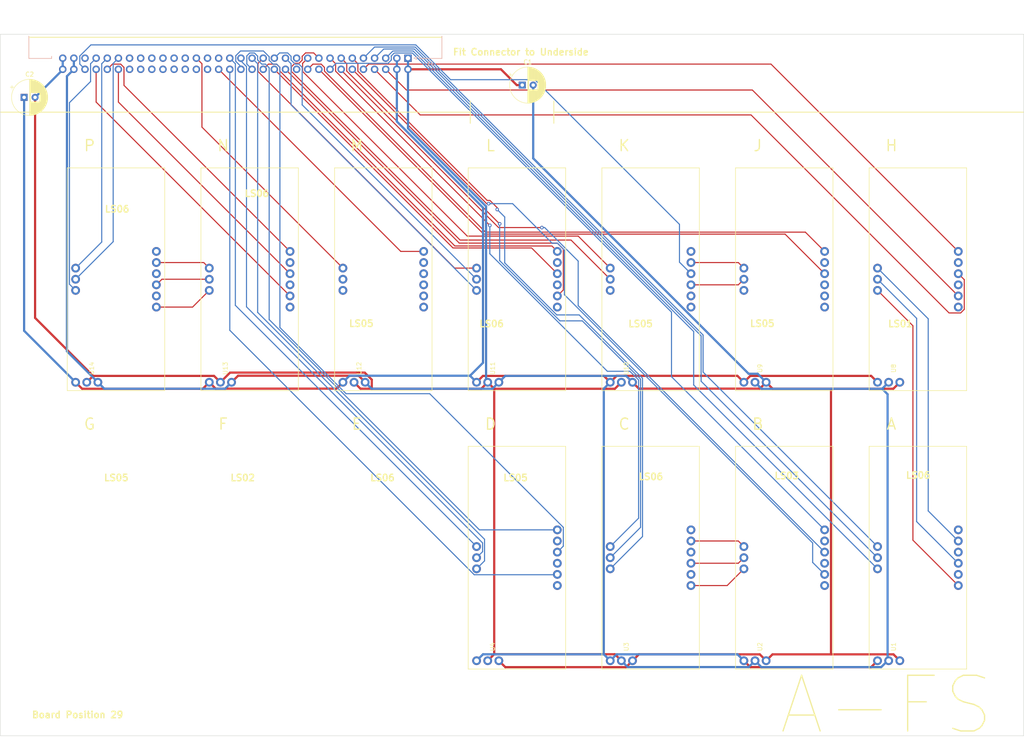
<source format=kicad_pcb>
(kicad_pcb (version 20171130) (host pcbnew "(5.0.0)")

  (general
    (thickness 1.6)
    (drawings 40)
    (tracks 371)
    (zones 0)
    (modules 14)
    (nets 52)
  )

  (page A3)
  (layers
    (0 F.Cu signal)
    (31 B.Cu signal)
    (32 B.Adhes user)
    (33 F.Adhes user)
    (34 B.Paste user)
    (35 F.Paste user)
    (36 B.SilkS user)
    (37 F.SilkS user)
    (38 B.Mask user)
    (39 F.Mask user)
    (40 Dwgs.User user)
    (41 Cmts.User user)
    (42 Eco1.User user)
    (43 Eco2.User user)
    (44 Edge.Cuts user)
    (45 Margin user)
    (46 B.CrtYd user)
    (47 F.CrtYd user)
    (48 B.Fab user)
    (49 F.Fab user)
  )

  (setup
    (last_trace_width 0.25)
    (trace_clearance 0.2)
    (zone_clearance 0.508)
    (zone_45_only no)
    (trace_min 0.2)
    (segment_width 0.2)
    (edge_width 0.1)
    (via_size 0.8)
    (via_drill 0.4)
    (via_min_size 0.4)
    (via_min_drill 0.3)
    (uvia_size 0.3)
    (uvia_drill 0.1)
    (uvias_allowed no)
    (uvia_min_size 0.2)
    (uvia_min_drill 0.1)
    (pcb_text_width 0.3)
    (pcb_text_size 1.5 1.5)
    (mod_edge_width 0.15)
    (mod_text_size 1 1)
    (mod_text_width 0.15)
    (pad_size 1.5 1.5)
    (pad_drill 0.6)
    (pad_to_mask_clearance 0)
    (aux_axis_origin 0 0)
    (visible_elements 7FFFFFFF)
    (pcbplotparams
      (layerselection 0x010fc_ffffffff)
      (usegerberextensions false)
      (usegerberattributes false)
      (usegerberadvancedattributes false)
      (creategerberjobfile false)
      (excludeedgelayer true)
      (linewidth 0.100000)
      (plotframeref false)
      (viasonmask false)
      (mode 1)
      (useauxorigin false)
      (hpglpennumber 1)
      (hpglpenspeed 20)
      (hpglpendiameter 15.000000)
      (psnegative false)
      (psa4output false)
      (plotreference true)
      (plotvalue true)
      (plotinvisibletext false)
      (padsonsilk false)
      (subtractmaskfromsilk false)
      (outputformat 1)
      (mirror false)
      (drillshape 0)
      (scaleselection 1)
      (outputdirectory "Gerber/"))
  )

  (net 0 "")
  (net 1 6v)
  (net 2 Neg6v)
  (net 3 GND)
  (net 4 ~A~1)
  (net 5 PI3)
  (net 6 INT3)
  (net 7 PI2)
  (net 8 INT2)
  (net 9 PI1)
  (net 10 INT1)
  (net 11 W15)
  (net 12 ~NG15~k)
  (net 13 ~NG2~k)
  (net 14 W4)
  (net 15 ~NG3~k)
  (net 16 W3)
  (net 17 ~NG4~k)
  (net 18 W2)
  (net 19 ~NG18~k)
  (net 20 W18)
  (net 21 ~NG14~k)
  (net 22 W14)
  (net 23 ~NG16~k)
  (net 24 W16)
  (net 25 IR5)
  (net 26 IP'5)
  (net 27 IR8)
  (net 28 IP'8)
  (net 29 IR7)
  (net 30 IP'7)
  (net 31 IR6)
  (net 32 IP'6)
  (net 33 IR4)
  (net 34 IP'4)
  (net 35 IR3)
  (net 36 IP'3)
  (net 37 IR2)
  (net 38 IP'2)
  (net 39 IR1)
  (net 40 IP'1)
  (net 41 "Net-(U1-Pad5)")
  (net 42 "Net-(U1-Pad3)")
  (net 43 "Net-(U1-Pad1)")
  (net 44 "Net-(U2-Pad13)")
  (net 45 "Net-(U2-Pad12)")
  (net 46 "Net-(U2-Pad11)")
  (net 47 "Net-(U10-Pad5)")
  (net 48 "Net-(U10-Pad3)")
  (net 49 "Net-(U13-Pad13)")
  (net 50 "Net-(U13-Pad12)")
  (net 51 "Net-(U13-Pad11)")

  (net_class Default "This is the default net class."
    (clearance 0.2)
    (trace_width 0.25)
    (via_dia 0.8)
    (via_drill 0.4)
    (uvia_dia 0.3)
    (uvia_drill 0.1)
    (add_net INT1)
    (add_net INT2)
    (add_net INT3)
    (add_net IP'1)
    (add_net IP'2)
    (add_net IP'3)
    (add_net IP'4)
    (add_net IP'5)
    (add_net IP'6)
    (add_net IP'7)
    (add_net IP'8)
    (add_net IR1)
    (add_net IR2)
    (add_net IR3)
    (add_net IR4)
    (add_net IR5)
    (add_net IR6)
    (add_net IR7)
    (add_net IR8)
    (add_net "Net-(U1-Pad1)")
    (add_net "Net-(U1-Pad3)")
    (add_net "Net-(U1-Pad5)")
    (add_net "Net-(U10-Pad3)")
    (add_net "Net-(U10-Pad5)")
    (add_net "Net-(U13-Pad11)")
    (add_net "Net-(U13-Pad12)")
    (add_net "Net-(U13-Pad13)")
    (add_net "Net-(U2-Pad11)")
    (add_net "Net-(U2-Pad12)")
    (add_net "Net-(U2-Pad13)")
    (add_net PI1)
    (add_net PI2)
    (add_net PI3)
    (add_net W14)
    (add_net W15)
    (add_net W16)
    (add_net W18)
    (add_net W2)
    (add_net W3)
    (add_net W4)
    (add_net ~A~1)
    (add_net ~NG14~k)
    (add_net ~NG15~k)
    (add_net ~NG16~k)
    (add_net ~NG18~k)
    (add_net ~NG2~k)
    (add_net ~NG3~k)
    (add_net ~NG4~k)
  )

  (net_class 6v ""
    (clearance 0.2)
    (trace_width 0.5)
    (via_dia 1.6)
    (via_drill 0.8)
    (uvia_dia 0.3)
    (uvia_drill 0.1)
    (add_net 6v)
  )

  (net_class GND ""
    (clearance 0.2)
    (trace_width 0.5)
    (via_dia 1.6)
    (via_drill 0.8)
    (uvia_dia 0.3)
    (uvia_drill 0.1)
    (add_net GND)
  )

  (net_class Neg6v ""
    (clearance 0.2)
    (trace_width 0.5)
    (via_dia 1.6)
    (via_drill 0.8)
    (uvia_dia 0.3)
    (uvia_drill 0.1)
    (add_net Neg6v)
  )

  (module ELLIOTT:LSA (layer F.Cu) (tedit 5C6009BE) (tstamp 5C3BE7AF)
    (at 228.6 101.6 90)
    (path /5DB089E0)
    (fp_text reference U8 (at 0 0.5 90) (layer F.SilkS)
      (effects (font (size 1 1) (thickness 0.15)))
    )
    (fp_text value LS12 (at 0 -0.5 90) (layer F.Fab)
      (effects (font (size 1 1) (thickness 0.15)))
    )
    (fp_line (start -5.08 17.145) (end -5.08 -5.08) (layer F.SilkS) (width 0.15))
    (fp_line (start 45.72 17.145) (end -5.08 17.145) (layer F.SilkS) (width 0.15))
    (fp_line (start 45.72 -5.08) (end 45.72 17.145) (layer F.SilkS) (width 0.15))
    (fp_line (start -5.08 -5.08) (end 45.72 -5.08) (layer F.SilkS) (width 0.15))
    (pad 13 thru_hole circle (at 22.86 -3.175 90) (size 2 2) (drill 1.1) (layers *.Cu *.Mask)
      (net 41 "Net-(U1-Pad5)"))
    (pad 12 thru_hole circle (at 20.32 -3.175 90) (size 2 2) (drill 1.1) (layers *.Cu *.Mask)
      (net 42 "Net-(U1-Pad3)"))
    (pad 11 thru_hole circle (at 17.78 -3.175 90) (size 2 2) (drill 1.1) (layers *.Cu *.Mask)
      (net 43 "Net-(U1-Pad1)"))
    (pad 6 thru_hole circle (at 26.67 15.24 90) (size 2 2) (drill 1.1) (layers *.Cu *.Mask)
      (net 35 IR3))
    (pad 5 thru_hole circle (at 24.13 15.24 90) (size 2 2) (drill 1.1) (layers *.Cu *.Mask))
    (pad 4 thru_hole circle (at 21.59 15.24 90) (size 2 2) (drill 1.1) (layers *.Cu *.Mask)
      (net 37 IR2))
    (pad 3 thru_hole circle (at 19.05 15.24 90) (size 2 2) (drill 1.1) (layers *.Cu *.Mask))
    (pad 2 thru_hole circle (at 16.51 15.24 90) (size 2 2) (drill 1.1) (layers *.Cu *.Mask)
      (net 39 IR1))
    (pad 1 thru_hole circle (at 13.97 15.24 90) (size 2 2) (drill 1.1) (layers *.Cu *.Mask))
    (pad 23 thru_hole circle (at -3.175 1.905 90) (size 2 2) (drill 1.1) (layers *.Cu *.Mask)
      (net 2 Neg6v))
    (pad 22 thru_hole circle (at -3.175 -0.635 90) (size 2 2) (drill 1.1) (layers *.Cu *.Mask)
      (net 3 GND))
    (pad 21 thru_hole circle (at -3.175 -3.175 90) (size 2 2) (drill 1.1) (layers *.Cu *.Mask)
      (net 1 6v))
  )

  (module ELLIOTT:LSA (layer F.Cu) (tedit 5C6009BE) (tstamp 5C3BF006)
    (at 228.6 165.1 90)
    (path /5DB08B10)
    (fp_text reference U1 (at 0 0.5 90) (layer F.SilkS)
      (effects (font (size 1 1) (thickness 0.15)))
    )
    (fp_text value LS01 (at 0 -0.5 90) (layer F.Fab)
      (effects (font (size 1 1) (thickness 0.15)))
    )
    (fp_line (start -5.08 17.145) (end -5.08 -5.08) (layer F.SilkS) (width 0.15))
    (fp_line (start 45.72 17.145) (end -5.08 17.145) (layer F.SilkS) (width 0.15))
    (fp_line (start 45.72 -5.08) (end 45.72 17.145) (layer F.SilkS) (width 0.15))
    (fp_line (start -5.08 -5.08) (end 45.72 -5.08) (layer F.SilkS) (width 0.15))
    (pad 13 thru_hole circle (at 22.86 -3.175 90) (size 2 2) (drill 1.1) (layers *.Cu *.Mask)
      (net 36 IP'3))
    (pad 12 thru_hole circle (at 20.32 -3.175 90) (size 2 2) (drill 1.1) (layers *.Cu *.Mask)
      (net 38 IP'2))
    (pad 11 thru_hole circle (at 17.78 -3.175 90) (size 2 2) (drill 1.1) (layers *.Cu *.Mask)
      (net 40 IP'1))
    (pad 6 thru_hole circle (at 26.67 15.24 90) (size 2 2) (drill 1.1) (layers *.Cu *.Mask))
    (pad 5 thru_hole circle (at 24.13 15.24 90) (size 2 2) (drill 1.1) (layers *.Cu *.Mask)
      (net 41 "Net-(U1-Pad5)"))
    (pad 4 thru_hole circle (at 21.59 15.24 90) (size 2 2) (drill 1.1) (layers *.Cu *.Mask))
    (pad 3 thru_hole circle (at 19.05 15.24 90) (size 2 2) (drill 1.1) (layers *.Cu *.Mask)
      (net 42 "Net-(U1-Pad3)"))
    (pad 2 thru_hole circle (at 16.51 15.24 90) (size 2 2) (drill 1.1) (layers *.Cu *.Mask))
    (pad 1 thru_hole circle (at 13.97 15.24 90) (size 2 2) (drill 1.1) (layers *.Cu *.Mask)
      (net 43 "Net-(U1-Pad1)"))
    (pad 23 thru_hole circle (at -3.175 1.905 90) (size 2 2) (drill 1.1) (layers *.Cu *.Mask)
      (net 2 Neg6v))
    (pad 22 thru_hole circle (at -3.175 -0.635 90) (size 2 2) (drill 1.1) (layers *.Cu *.Mask)
      (net 3 GND))
    (pad 21 thru_hole circle (at -3.175 -3.175 90) (size 2 2) (drill 1.1) (layers *.Cu *.Mask)
      (net 1 6v))
  )

  (module ELLIOTT:LSA (layer F.Cu) (tedit 5C6009BE) (tstamp 5C3E73DF)
    (at 106.68 101.6 90)
    (path /5DBA4C46)
    (fp_text reference U12 (at 0 0.5 90) (layer F.SilkS)
      (effects (font (size 1 1) (thickness 0.15)))
    )
    (fp_text value LS18 (at 0 -0.5 90) (layer F.Fab)
      (effects (font (size 1 1) (thickness 0.15)))
    )
    (fp_line (start -5.08 17.145) (end -5.08 -5.08) (layer F.SilkS) (width 0.15))
    (fp_line (start 45.72 17.145) (end -5.08 17.145) (layer F.SilkS) (width 0.15))
    (fp_line (start 45.72 -5.08) (end 45.72 17.145) (layer F.SilkS) (width 0.15))
    (fp_line (start -5.08 -5.08) (end 45.72 -5.08) (layer F.SilkS) (width 0.15))
    (pad 13 thru_hole circle (at 22.86 -3.175 90) (size 2 2) (drill 1.1) (layers *.Cu *.Mask)
      (net 11 W15))
    (pad 12 thru_hole circle (at 20.32 -3.175 90) (size 2 2) (drill 1.1) (layers *.Cu *.Mask))
    (pad 11 thru_hole circle (at 17.78 -3.175 90) (size 2 2) (drill 1.1) (layers *.Cu *.Mask))
    (pad 6 thru_hole circle (at 26.67 15.24 90) (size 2 2) (drill 1.1) (layers *.Cu *.Mask)
      (net 12 ~NG15~k))
    (pad 5 thru_hole circle (at 24.13 15.24 90) (size 2 2) (drill 1.1) (layers *.Cu *.Mask))
    (pad 4 thru_hole circle (at 21.59 15.24 90) (size 2 2) (drill 1.1) (layers *.Cu *.Mask))
    (pad 3 thru_hole circle (at 19.05 15.24 90) (size 2 2) (drill 1.1) (layers *.Cu *.Mask))
    (pad 2 thru_hole circle (at 16.51 15.24 90) (size 2 2) (drill 1.1) (layers *.Cu *.Mask))
    (pad 1 thru_hole circle (at 13.97 15.24 90) (size 2 2) (drill 1.1) (layers *.Cu *.Mask))
    (pad 23 thru_hole circle (at -3.175 1.905 90) (size 2 2) (drill 1.1) (layers *.Cu *.Mask)
      (net 2 Neg6v))
    (pad 22 thru_hole circle (at -3.175 -0.635 90) (size 2 2) (drill 1.1) (layers *.Cu *.Mask)
      (net 3 GND))
    (pad 21 thru_hole circle (at -3.175 -3.175 90) (size 2 2) (drill 1.1) (layers *.Cu *.Mask)
      (net 1 6v))
  )

  (module ELLIOTT:LSA (layer F.Cu) (tedit 5C6009BE) (tstamp 5C3BE7EB)
    (at 137.16 101.6 90)
    (path /5DB97C0E)
    (fp_text reference U11 (at 0 0.5 90) (layer F.SilkS)
      (effects (font (size 1 1) (thickness 0.15)))
    )
    (fp_text value LS18 (at 0 -0.5 90) (layer F.Fab)
      (effects (font (size 1 1) (thickness 0.15)))
    )
    (fp_line (start -5.08 17.145) (end -5.08 -5.08) (layer F.SilkS) (width 0.15))
    (fp_line (start 45.72 17.145) (end -5.08 17.145) (layer F.SilkS) (width 0.15))
    (fp_line (start 45.72 -5.08) (end 45.72 17.145) (layer F.SilkS) (width 0.15))
    (fp_line (start -5.08 -5.08) (end 45.72 -5.08) (layer F.SilkS) (width 0.15))
    (pad 13 thru_hole circle (at 22.86 -3.175 90) (size 2 2) (drill 1.1) (layers *.Cu *.Mask)
      (net 20 W18))
    (pad 12 thru_hole circle (at 20.32 -3.175 90) (size 2 2) (drill 1.1) (layers *.Cu *.Mask)
      (net 22 W14))
    (pad 11 thru_hole circle (at 17.78 -3.175 90) (size 2 2) (drill 1.1) (layers *.Cu *.Mask)
      (net 24 W16))
    (pad 6 thru_hole circle (at 26.67 15.24 90) (size 2 2) (drill 1.1) (layers *.Cu *.Mask)
      (net 19 ~NG18~k))
    (pad 5 thru_hole circle (at 24.13 15.24 90) (size 2 2) (drill 1.1) (layers *.Cu *.Mask))
    (pad 4 thru_hole circle (at 21.59 15.24 90) (size 2 2) (drill 1.1) (layers *.Cu *.Mask)
      (net 21 ~NG14~k))
    (pad 3 thru_hole circle (at 19.05 15.24 90) (size 2 2) (drill 1.1) (layers *.Cu *.Mask))
    (pad 2 thru_hole circle (at 16.51 15.24 90) (size 2 2) (drill 1.1) (layers *.Cu *.Mask)
      (net 23 ~NG16~k))
    (pad 1 thru_hole circle (at 13.97 15.24 90) (size 2 2) (drill 1.1) (layers *.Cu *.Mask))
    (pad 23 thru_hole circle (at -3.175 1.905 90) (size 2 2) (drill 1.1) (layers *.Cu *.Mask)
      (net 2 Neg6v))
    (pad 22 thru_hole circle (at -3.175 -0.635 90) (size 2 2) (drill 1.1) (layers *.Cu *.Mask)
      (net 3 GND))
    (pad 21 thru_hole circle (at -3.175 -3.175 90) (size 2 2) (drill 1.1) (layers *.Cu *.Mask)
      (net 1 6v))
  )

  (module ELLIOTT:LSA (layer F.Cu) (tedit 5C6009BE) (tstamp 5C3E7576)
    (at 45.72 101.6 90)
    (path /5DB7CDD0)
    (fp_text reference U14 (at 0 0.5 90) (layer F.SilkS)
      (effects (font (size 1 1) (thickness 0.15)))
    )
    (fp_text value LS01 (at 0 -0.5 90) (layer F.Fab)
      (effects (font (size 1 1) (thickness 0.15)))
    )
    (fp_line (start -5.08 17.145) (end -5.08 -5.08) (layer F.SilkS) (width 0.15))
    (fp_line (start 45.72 17.145) (end -5.08 17.145) (layer F.SilkS) (width 0.15))
    (fp_line (start 45.72 -5.08) (end 45.72 17.145) (layer F.SilkS) (width 0.15))
    (fp_line (start -5.08 -5.08) (end 45.72 -5.08) (layer F.SilkS) (width 0.15))
    (pad 13 thru_hole circle (at 22.86 -3.175 90) (size 2 2) (drill 1.1) (layers *.Cu *.Mask)
      (net 8 INT2))
    (pad 12 thru_hole circle (at 20.32 -3.175 90) (size 2 2) (drill 1.1) (layers *.Cu *.Mask)
      (net 10 INT1))
    (pad 11 thru_hole circle (at 17.78 -3.175 90) (size 2 2) (drill 1.1) (layers *.Cu *.Mask)
      (net 6 INT3))
    (pad 6 thru_hole circle (at 26.67 15.24 90) (size 2 2) (drill 1.1) (layers *.Cu *.Mask))
    (pad 5 thru_hole circle (at 24.13 15.24 90) (size 2 2) (drill 1.1) (layers *.Cu *.Mask)
      (net 49 "Net-(U13-Pad13)"))
    (pad 4 thru_hole circle (at 21.59 15.24 90) (size 2 2) (drill 1.1) (layers *.Cu *.Mask))
    (pad 3 thru_hole circle (at 19.05 15.24 90) (size 2 2) (drill 1.1) (layers *.Cu *.Mask)
      (net 50 "Net-(U13-Pad12)"))
    (pad 2 thru_hole circle (at 16.51 15.24 90) (size 2 2) (drill 1.1) (layers *.Cu *.Mask))
    (pad 1 thru_hole circle (at 13.97 15.24 90) (size 2 2) (drill 1.1) (layers *.Cu *.Mask)
      (net 51 "Net-(U13-Pad11)"))
    (pad 23 thru_hole circle (at -3.175 1.905 90) (size 2 2) (drill 1.1) (layers *.Cu *.Mask)
      (net 2 Neg6v))
    (pad 22 thru_hole circle (at -3.175 -0.635 90) (size 2 2) (drill 1.1) (layers *.Cu *.Mask)
      (net 3 GND))
    (pad 21 thru_hole circle (at -3.175 -3.175 90) (size 2 2) (drill 1.1) (layers *.Cu *.Mask)
      (net 1 6v))
  )

  (module ELLIOTT:LSA (layer F.Cu) (tedit 5C6009BE) (tstamp 5C3BE813)
    (at 76.2 101.6 90)
    (path /5DB7CDC9)
    (fp_text reference U13 (at 0 0.5 90) (layer F.SilkS)
      (effects (font (size 1 1) (thickness 0.15)))
    )
    (fp_text value LS12 (at 0 -0.5 90) (layer F.Fab)
      (effects (font (size 1 1) (thickness 0.15)))
    )
    (fp_line (start -5.08 17.145) (end -5.08 -5.08) (layer F.SilkS) (width 0.15))
    (fp_line (start 45.72 17.145) (end -5.08 17.145) (layer F.SilkS) (width 0.15))
    (fp_line (start 45.72 -5.08) (end 45.72 17.145) (layer F.SilkS) (width 0.15))
    (fp_line (start -5.08 -5.08) (end 45.72 -5.08) (layer F.SilkS) (width 0.15))
    (pad 13 thru_hole circle (at 22.86 -3.175 90) (size 2 2) (drill 1.1) (layers *.Cu *.Mask)
      (net 49 "Net-(U13-Pad13)"))
    (pad 12 thru_hole circle (at 20.32 -3.175 90) (size 2 2) (drill 1.1) (layers *.Cu *.Mask)
      (net 50 "Net-(U13-Pad12)"))
    (pad 11 thru_hole circle (at 17.78 -3.175 90) (size 2 2) (drill 1.1) (layers *.Cu *.Mask)
      (net 51 "Net-(U13-Pad11)"))
    (pad 6 thru_hole circle (at 26.67 15.24 90) (size 2 2) (drill 1.1) (layers *.Cu *.Mask)
      (net 7 PI2))
    (pad 5 thru_hole circle (at 24.13 15.24 90) (size 2 2) (drill 1.1) (layers *.Cu *.Mask))
    (pad 4 thru_hole circle (at 21.59 15.24 90) (size 2 2) (drill 1.1) (layers *.Cu *.Mask)
      (net 9 PI1))
    (pad 3 thru_hole circle (at 19.05 15.24 90) (size 2 2) (drill 1.1) (layers *.Cu *.Mask))
    (pad 2 thru_hole circle (at 16.51 15.24 90) (size 2 2) (drill 1.1) (layers *.Cu *.Mask)
      (net 5 PI3))
    (pad 1 thru_hole circle (at 13.97 15.24 90) (size 2 2) (drill 1.1) (layers *.Cu *.Mask))
    (pad 23 thru_hole circle (at -3.175 1.905 90) (size 2 2) (drill 1.1) (layers *.Cu *.Mask)
      (net 2 Neg6v))
    (pad 22 thru_hole circle (at -3.175 -0.635 90) (size 2 2) (drill 1.1) (layers *.Cu *.Mask)
      (net 3 GND))
    (pad 21 thru_hole circle (at -3.175 -3.175 90) (size 2 2) (drill 1.1) (layers *.Cu *.Mask)
      (net 1 6v))
  )

  (module ELLIOTT:LSA (layer F.Cu) (tedit 5C6009BE) (tstamp 5C3BE737)
    (at 198.12 165.1 90)
    (path /5DBB4C08)
    (fp_text reference U2 (at 0 0.5 90) (layer F.SilkS)
      (effects (font (size 1 1) (thickness 0.15)))
    )
    (fp_text value LS12 (at 0 -0.5 90) (layer F.Fab)
      (effects (font (size 1 1) (thickness 0.15)))
    )
    (fp_line (start -5.08 17.145) (end -5.08 -5.08) (layer F.SilkS) (width 0.15))
    (fp_line (start 45.72 17.145) (end -5.08 17.145) (layer F.SilkS) (width 0.15))
    (fp_line (start 45.72 -5.08) (end 45.72 17.145) (layer F.SilkS) (width 0.15))
    (fp_line (start -5.08 -5.08) (end 45.72 -5.08) (layer F.SilkS) (width 0.15))
    (pad 13 thru_hole circle (at 22.86 -3.175 90) (size 2 2) (drill 1.1) (layers *.Cu *.Mask)
      (net 44 "Net-(U2-Pad13)"))
    (pad 12 thru_hole circle (at 20.32 -3.175 90) (size 2 2) (drill 1.1) (layers *.Cu *.Mask)
      (net 45 "Net-(U2-Pad12)"))
    (pad 11 thru_hole circle (at 17.78 -3.175 90) (size 2 2) (drill 1.1) (layers *.Cu *.Mask)
      (net 46 "Net-(U2-Pad11)"))
    (pad 6 thru_hole circle (at 26.67 15.24 90) (size 2 2) (drill 1.1) (layers *.Cu *.Mask)
      (net 29 IR7))
    (pad 5 thru_hole circle (at 24.13 15.24 90) (size 2 2) (drill 1.1) (layers *.Cu *.Mask))
    (pad 4 thru_hole circle (at 21.59 15.24 90) (size 2 2) (drill 1.1) (layers *.Cu *.Mask)
      (net 31 IR6))
    (pad 3 thru_hole circle (at 19.05 15.24 90) (size 2 2) (drill 1.1) (layers *.Cu *.Mask))
    (pad 2 thru_hole circle (at 16.51 15.24 90) (size 2 2) (drill 1.1) (layers *.Cu *.Mask)
      (net 33 IR4))
    (pad 1 thru_hole circle (at 13.97 15.24 90) (size 2 2) (drill 1.1) (layers *.Cu *.Mask))
    (pad 23 thru_hole circle (at -3.175 1.905 90) (size 2 2) (drill 1.1) (layers *.Cu *.Mask)
      (net 2 Neg6v))
    (pad 22 thru_hole circle (at -3.175 -0.635 90) (size 2 2) (drill 1.1) (layers *.Cu *.Mask)
      (net 3 GND))
    (pad 21 thru_hole circle (at -3.175 -3.175 90) (size 2 2) (drill 1.1) (layers *.Cu *.Mask)
      (net 1 6v))
  )

  (module ELLIOTT:LSA (layer F.Cu) (tedit 5C6009BE) (tstamp 5C3BE74B)
    (at 167.64 165.1 90)
    (path /5DBB4C0F)
    (fp_text reference U3 (at 0 0.5 90) (layer F.SilkS)
      (effects (font (size 1 1) (thickness 0.15)))
    )
    (fp_text value LS01 (at 0 -0.5 90) (layer F.Fab)
      (effects (font (size 1 1) (thickness 0.15)))
    )
    (fp_line (start -5.08 17.145) (end -5.08 -5.08) (layer F.SilkS) (width 0.15))
    (fp_line (start 45.72 17.145) (end -5.08 17.145) (layer F.SilkS) (width 0.15))
    (fp_line (start 45.72 -5.08) (end 45.72 17.145) (layer F.SilkS) (width 0.15))
    (fp_line (start -5.08 -5.08) (end 45.72 -5.08) (layer F.SilkS) (width 0.15))
    (pad 13 thru_hole circle (at 22.86 -3.175 90) (size 2 2) (drill 1.1) (layers *.Cu *.Mask)
      (net 30 IP'7))
    (pad 12 thru_hole circle (at 20.32 -3.175 90) (size 2 2) (drill 1.1) (layers *.Cu *.Mask)
      (net 32 IP'6))
    (pad 11 thru_hole circle (at 17.78 -3.175 90) (size 2 2) (drill 1.1) (layers *.Cu *.Mask)
      (net 34 IP'4))
    (pad 6 thru_hole circle (at 26.67 15.24 90) (size 2 2) (drill 1.1) (layers *.Cu *.Mask))
    (pad 5 thru_hole circle (at 24.13 15.24 90) (size 2 2) (drill 1.1) (layers *.Cu *.Mask)
      (net 44 "Net-(U2-Pad13)"))
    (pad 4 thru_hole circle (at 21.59 15.24 90) (size 2 2) (drill 1.1) (layers *.Cu *.Mask))
    (pad 3 thru_hole circle (at 19.05 15.24 90) (size 2 2) (drill 1.1) (layers *.Cu *.Mask)
      (net 45 "Net-(U2-Pad12)"))
    (pad 2 thru_hole circle (at 16.51 15.24 90) (size 2 2) (drill 1.1) (layers *.Cu *.Mask))
    (pad 1 thru_hole circle (at 13.97 15.24 90) (size 2 2) (drill 1.1) (layers *.Cu *.Mask)
      (net 46 "Net-(U2-Pad11)"))
    (pad 23 thru_hole circle (at -3.175 1.905 90) (size 2 2) (drill 1.1) (layers *.Cu *.Mask)
      (net 2 Neg6v))
    (pad 22 thru_hole circle (at -3.175 -0.635 90) (size 2 2) (drill 1.1) (layers *.Cu *.Mask)
      (net 3 GND))
    (pad 21 thru_hole circle (at -3.175 -3.175 90) (size 2 2) (drill 1.1) (layers *.Cu *.Mask)
      (net 1 6v))
  )

  (module ELLIOTT:LSA (layer F.Cu) (tedit 5C6009BE) (tstamp 5C3BE75F)
    (at 137.16 165.1 90)
    (path /5DB6456C)
    (fp_text reference U4 (at 0 0.5 90) (layer F.SilkS)
      (effects (font (size 1 1) (thickness 0.15)))
    )
    (fp_text value LS18 (at 0 -0.5 90) (layer F.Fab)
      (effects (font (size 1 1) (thickness 0.15)))
    )
    (fp_line (start -5.08 17.145) (end -5.08 -5.08) (layer F.SilkS) (width 0.15))
    (fp_line (start 45.72 17.145) (end -5.08 17.145) (layer F.SilkS) (width 0.15))
    (fp_line (start 45.72 -5.08) (end 45.72 17.145) (layer F.SilkS) (width 0.15))
    (fp_line (start -5.08 -5.08) (end 45.72 -5.08) (layer F.SilkS) (width 0.15))
    (pad 13 thru_hole circle (at 22.86 -3.175 90) (size 2 2) (drill 1.1) (layers *.Cu *.Mask)
      (net 14 W4))
    (pad 12 thru_hole circle (at 20.32 -3.175 90) (size 2 2) (drill 1.1) (layers *.Cu *.Mask)
      (net 16 W3))
    (pad 11 thru_hole circle (at 17.78 -3.175 90) (size 2 2) (drill 1.1) (layers *.Cu *.Mask)
      (net 18 W2))
    (pad 6 thru_hole circle (at 26.67 15.24 90) (size 2 2) (drill 1.1) (layers *.Cu *.Mask)
      (net 17 ~NG4~k))
    (pad 5 thru_hole circle (at 24.13 15.24 90) (size 2 2) (drill 1.1) (layers *.Cu *.Mask))
    (pad 4 thru_hole circle (at 21.59 15.24 90) (size 2 2) (drill 1.1) (layers *.Cu *.Mask)
      (net 15 ~NG3~k))
    (pad 3 thru_hole circle (at 19.05 15.24 90) (size 2 2) (drill 1.1) (layers *.Cu *.Mask))
    (pad 2 thru_hole circle (at 16.51 15.24 90) (size 2 2) (drill 1.1) (layers *.Cu *.Mask)
      (net 13 ~NG2~k))
    (pad 1 thru_hole circle (at 13.97 15.24 90) (size 2 2) (drill 1.1) (layers *.Cu *.Mask))
    (pad 23 thru_hole circle (at -3.175 1.905 90) (size 2 2) (drill 1.1) (layers *.Cu *.Mask)
      (net 2 Neg6v))
    (pad 22 thru_hole circle (at -3.175 -0.635 90) (size 2 2) (drill 1.1) (layers *.Cu *.Mask)
      (net 3 GND))
    (pad 21 thru_hole circle (at -3.175 -3.175 90) (size 2 2) (drill 1.1) (layers *.Cu *.Mask)
      (net 1 6v))
  )

  (module ELLIOTT:LSA (layer F.Cu) (tedit 5C6009BE) (tstamp 5C3BE7C3)
    (at 198.12 101.6 90)
    (path /5DBBCA59)
    (fp_text reference U9 (at 0 0.5 90) (layer F.SilkS)
      (effects (font (size 1 1) (thickness 0.15)))
    )
    (fp_text value LS12 (at 0 -0.5 90) (layer F.Fab)
      (effects (font (size 1 1) (thickness 0.15)))
    )
    (fp_line (start -5.08 17.145) (end -5.08 -5.08) (layer F.SilkS) (width 0.15))
    (fp_line (start 45.72 17.145) (end -5.08 17.145) (layer F.SilkS) (width 0.15))
    (fp_line (start 45.72 -5.08) (end 45.72 17.145) (layer F.SilkS) (width 0.15))
    (fp_line (start -5.08 -5.08) (end 45.72 -5.08) (layer F.SilkS) (width 0.15))
    (pad 13 thru_hole circle (at 22.86 -3.175 90) (size 2 2) (drill 1.1) (layers *.Cu *.Mask)
      (net 47 "Net-(U10-Pad5)"))
    (pad 12 thru_hole circle (at 20.32 -3.175 90) (size 2 2) (drill 1.1) (layers *.Cu *.Mask)
      (net 48 "Net-(U10-Pad3)"))
    (pad 11 thru_hole circle (at 17.78 -3.175 90) (size 2 2) (drill 1.1) (layers *.Cu *.Mask))
    (pad 6 thru_hole circle (at 26.67 15.24 90) (size 2 2) (drill 1.1) (layers *.Cu *.Mask)
      (net 25 IR5))
    (pad 5 thru_hole circle (at 24.13 15.24 90) (size 2 2) (drill 1.1) (layers *.Cu *.Mask))
    (pad 4 thru_hole circle (at 21.59 15.24 90) (size 2 2) (drill 1.1) (layers *.Cu *.Mask)
      (net 27 IR8))
    (pad 3 thru_hole circle (at 19.05 15.24 90) (size 2 2) (drill 1.1) (layers *.Cu *.Mask))
    (pad 2 thru_hole circle (at 16.51 15.24 90) (size 2 2) (drill 1.1) (layers *.Cu *.Mask))
    (pad 1 thru_hole circle (at 13.97 15.24 90) (size 2 2) (drill 1.1) (layers *.Cu *.Mask))
    (pad 23 thru_hole circle (at -3.175 1.905 90) (size 2 2) (drill 1.1) (layers *.Cu *.Mask)
      (net 2 Neg6v))
    (pad 22 thru_hole circle (at -3.175 -0.635 90) (size 2 2) (drill 1.1) (layers *.Cu *.Mask)
      (net 3 GND))
    (pad 21 thru_hole circle (at -3.175 -3.175 90) (size 2 2) (drill 1.1) (layers *.Cu *.Mask)
      (net 1 6v))
  )

  (module ELLIOTT:LSA (layer F.Cu) (tedit 5C6009BE) (tstamp 5C30D02F)
    (at 167.64 101.6 90)
    (path /5DBBCA6F)
    (fp_text reference U10 (at 0 0.5 90) (layer F.SilkS)
      (effects (font (size 1 1) (thickness 0.15)))
    )
    (fp_text value LS01 (at 0 -0.5 90) (layer F.Fab)
      (effects (font (size 1 1) (thickness 0.15)))
    )
    (fp_line (start -5.08 17.145) (end -5.08 -5.08) (layer F.SilkS) (width 0.15))
    (fp_line (start 45.72 17.145) (end -5.08 17.145) (layer F.SilkS) (width 0.15))
    (fp_line (start 45.72 -5.08) (end 45.72 17.145) (layer F.SilkS) (width 0.15))
    (fp_line (start -5.08 -5.08) (end 45.72 -5.08) (layer F.SilkS) (width 0.15))
    (pad 13 thru_hole circle (at 22.86 -3.175 90) (size 2 2) (drill 1.1) (layers *.Cu *.Mask)
      (net 26 IP'5))
    (pad 12 thru_hole circle (at 20.32 -3.175 90) (size 2 2) (drill 1.1) (layers *.Cu *.Mask)
      (net 28 IP'8))
    (pad 11 thru_hole circle (at 17.78 -3.175 90) (size 2 2) (drill 1.1) (layers *.Cu *.Mask))
    (pad 6 thru_hole circle (at 26.67 15.24 90) (size 2 2) (drill 1.1) (layers *.Cu *.Mask))
    (pad 5 thru_hole circle (at 24.13 15.24 90) (size 2 2) (drill 1.1) (layers *.Cu *.Mask)
      (net 47 "Net-(U10-Pad5)"))
    (pad 4 thru_hole circle (at 21.59 15.24 90) (size 2 2) (drill 1.1) (layers *.Cu *.Mask)
      (net 4 ~A~1))
    (pad 3 thru_hole circle (at 19.05 15.24 90) (size 2 2) (drill 1.1) (layers *.Cu *.Mask)
      (net 48 "Net-(U10-Pad3)"))
    (pad 2 thru_hole circle (at 16.51 15.24 90) (size 2 2) (drill 1.1) (layers *.Cu *.Mask))
    (pad 1 thru_hole circle (at 13.97 15.24 90) (size 2 2) (drill 1.1) (layers *.Cu *.Mask))
    (pad 23 thru_hole circle (at -3.175 1.905 90) (size 2 2) (drill 1.1) (layers *.Cu *.Mask)
      (net 2 Neg6v))
    (pad 22 thru_hole circle (at -3.175 -0.635 90) (size 2 2) (drill 1.1) (layers *.Cu *.Mask)
      (net 3 GND))
    (pad 21 thru_hole circle (at -3.175 -3.175 90) (size 2 2) (drill 1.1) (layers *.Cu *.Mask)
      (net 1 6v))
  )

  (module Capacitor_THT:CP_Radial_D8.0mm_P2.50mm (layer F.Cu) (tedit 5AE50EF0) (tstamp 5C3BF4E0)
    (at 144.4 37)
    (descr "CP, Radial series, Radial, pin pitch=2.50mm, , diameter=8mm, Electrolytic Capacitor")
    (tags "CP Radial series Radial pin pitch 2.50mm  diameter 8mm Electrolytic Capacitor")
    (path /5C675B1B)
    (fp_text reference C1 (at 1.25 -5.25) (layer F.SilkS)
      (effects (font (size 1 1) (thickness 0.15)))
    )
    (fp_text value 6u8 (at 1.25 5.25) (layer F.Fab)
      (effects (font (size 1 1) (thickness 0.15)))
    )
    (fp_text user %R (at 1.25 0) (layer F.Fab)
      (effects (font (size 1 1) (thickness 0.15)))
    )
    (fp_line (start -2.759698 -2.715) (end -2.759698 -1.915) (layer F.SilkS) (width 0.12))
    (fp_line (start -3.159698 -2.315) (end -2.359698 -2.315) (layer F.SilkS) (width 0.12))
    (fp_line (start 5.331 -0.533) (end 5.331 0.533) (layer F.SilkS) (width 0.12))
    (fp_line (start 5.291 -0.768) (end 5.291 0.768) (layer F.SilkS) (width 0.12))
    (fp_line (start 5.251 -0.948) (end 5.251 0.948) (layer F.SilkS) (width 0.12))
    (fp_line (start 5.211 -1.098) (end 5.211 1.098) (layer F.SilkS) (width 0.12))
    (fp_line (start 5.171 -1.229) (end 5.171 1.229) (layer F.SilkS) (width 0.12))
    (fp_line (start 5.131 -1.346) (end 5.131 1.346) (layer F.SilkS) (width 0.12))
    (fp_line (start 5.091 -1.453) (end 5.091 1.453) (layer F.SilkS) (width 0.12))
    (fp_line (start 5.051 -1.552) (end 5.051 1.552) (layer F.SilkS) (width 0.12))
    (fp_line (start 5.011 -1.645) (end 5.011 1.645) (layer F.SilkS) (width 0.12))
    (fp_line (start 4.971 -1.731) (end 4.971 1.731) (layer F.SilkS) (width 0.12))
    (fp_line (start 4.931 -1.813) (end 4.931 1.813) (layer F.SilkS) (width 0.12))
    (fp_line (start 4.891 -1.89) (end 4.891 1.89) (layer F.SilkS) (width 0.12))
    (fp_line (start 4.851 -1.964) (end 4.851 1.964) (layer F.SilkS) (width 0.12))
    (fp_line (start 4.811 -2.034) (end 4.811 2.034) (layer F.SilkS) (width 0.12))
    (fp_line (start 4.771 -2.102) (end 4.771 2.102) (layer F.SilkS) (width 0.12))
    (fp_line (start 4.731 -2.166) (end 4.731 2.166) (layer F.SilkS) (width 0.12))
    (fp_line (start 4.691 -2.228) (end 4.691 2.228) (layer F.SilkS) (width 0.12))
    (fp_line (start 4.651 -2.287) (end 4.651 2.287) (layer F.SilkS) (width 0.12))
    (fp_line (start 4.611 -2.345) (end 4.611 2.345) (layer F.SilkS) (width 0.12))
    (fp_line (start 4.571 -2.4) (end 4.571 2.4) (layer F.SilkS) (width 0.12))
    (fp_line (start 4.531 -2.454) (end 4.531 2.454) (layer F.SilkS) (width 0.12))
    (fp_line (start 4.491 -2.505) (end 4.491 2.505) (layer F.SilkS) (width 0.12))
    (fp_line (start 4.451 -2.556) (end 4.451 2.556) (layer F.SilkS) (width 0.12))
    (fp_line (start 4.411 -2.604) (end 4.411 2.604) (layer F.SilkS) (width 0.12))
    (fp_line (start 4.371 -2.651) (end 4.371 2.651) (layer F.SilkS) (width 0.12))
    (fp_line (start 4.331 -2.697) (end 4.331 2.697) (layer F.SilkS) (width 0.12))
    (fp_line (start 4.291 -2.741) (end 4.291 2.741) (layer F.SilkS) (width 0.12))
    (fp_line (start 4.251 -2.784) (end 4.251 2.784) (layer F.SilkS) (width 0.12))
    (fp_line (start 4.211 -2.826) (end 4.211 2.826) (layer F.SilkS) (width 0.12))
    (fp_line (start 4.171 -2.867) (end 4.171 2.867) (layer F.SilkS) (width 0.12))
    (fp_line (start 4.131 -2.907) (end 4.131 2.907) (layer F.SilkS) (width 0.12))
    (fp_line (start 4.091 -2.945) (end 4.091 2.945) (layer F.SilkS) (width 0.12))
    (fp_line (start 4.051 -2.983) (end 4.051 2.983) (layer F.SilkS) (width 0.12))
    (fp_line (start 4.011 -3.019) (end 4.011 3.019) (layer F.SilkS) (width 0.12))
    (fp_line (start 3.971 -3.055) (end 3.971 3.055) (layer F.SilkS) (width 0.12))
    (fp_line (start 3.931 -3.09) (end 3.931 3.09) (layer F.SilkS) (width 0.12))
    (fp_line (start 3.891 -3.124) (end 3.891 3.124) (layer F.SilkS) (width 0.12))
    (fp_line (start 3.851 -3.156) (end 3.851 3.156) (layer F.SilkS) (width 0.12))
    (fp_line (start 3.811 -3.189) (end 3.811 3.189) (layer F.SilkS) (width 0.12))
    (fp_line (start 3.771 -3.22) (end 3.771 3.22) (layer F.SilkS) (width 0.12))
    (fp_line (start 3.731 -3.25) (end 3.731 3.25) (layer F.SilkS) (width 0.12))
    (fp_line (start 3.691 -3.28) (end 3.691 3.28) (layer F.SilkS) (width 0.12))
    (fp_line (start 3.651 -3.309) (end 3.651 3.309) (layer F.SilkS) (width 0.12))
    (fp_line (start 3.611 -3.338) (end 3.611 3.338) (layer F.SilkS) (width 0.12))
    (fp_line (start 3.571 -3.365) (end 3.571 3.365) (layer F.SilkS) (width 0.12))
    (fp_line (start 3.531 1.04) (end 3.531 3.392) (layer F.SilkS) (width 0.12))
    (fp_line (start 3.531 -3.392) (end 3.531 -1.04) (layer F.SilkS) (width 0.12))
    (fp_line (start 3.491 1.04) (end 3.491 3.418) (layer F.SilkS) (width 0.12))
    (fp_line (start 3.491 -3.418) (end 3.491 -1.04) (layer F.SilkS) (width 0.12))
    (fp_line (start 3.451 1.04) (end 3.451 3.444) (layer F.SilkS) (width 0.12))
    (fp_line (start 3.451 -3.444) (end 3.451 -1.04) (layer F.SilkS) (width 0.12))
    (fp_line (start 3.411 1.04) (end 3.411 3.469) (layer F.SilkS) (width 0.12))
    (fp_line (start 3.411 -3.469) (end 3.411 -1.04) (layer F.SilkS) (width 0.12))
    (fp_line (start 3.371 1.04) (end 3.371 3.493) (layer F.SilkS) (width 0.12))
    (fp_line (start 3.371 -3.493) (end 3.371 -1.04) (layer F.SilkS) (width 0.12))
    (fp_line (start 3.331 1.04) (end 3.331 3.517) (layer F.SilkS) (width 0.12))
    (fp_line (start 3.331 -3.517) (end 3.331 -1.04) (layer F.SilkS) (width 0.12))
    (fp_line (start 3.291 1.04) (end 3.291 3.54) (layer F.SilkS) (width 0.12))
    (fp_line (start 3.291 -3.54) (end 3.291 -1.04) (layer F.SilkS) (width 0.12))
    (fp_line (start 3.251 1.04) (end 3.251 3.562) (layer F.SilkS) (width 0.12))
    (fp_line (start 3.251 -3.562) (end 3.251 -1.04) (layer F.SilkS) (width 0.12))
    (fp_line (start 3.211 1.04) (end 3.211 3.584) (layer F.SilkS) (width 0.12))
    (fp_line (start 3.211 -3.584) (end 3.211 -1.04) (layer F.SilkS) (width 0.12))
    (fp_line (start 3.171 1.04) (end 3.171 3.606) (layer F.SilkS) (width 0.12))
    (fp_line (start 3.171 -3.606) (end 3.171 -1.04) (layer F.SilkS) (width 0.12))
    (fp_line (start 3.131 1.04) (end 3.131 3.627) (layer F.SilkS) (width 0.12))
    (fp_line (start 3.131 -3.627) (end 3.131 -1.04) (layer F.SilkS) (width 0.12))
    (fp_line (start 3.091 1.04) (end 3.091 3.647) (layer F.SilkS) (width 0.12))
    (fp_line (start 3.091 -3.647) (end 3.091 -1.04) (layer F.SilkS) (width 0.12))
    (fp_line (start 3.051 1.04) (end 3.051 3.666) (layer F.SilkS) (width 0.12))
    (fp_line (start 3.051 -3.666) (end 3.051 -1.04) (layer F.SilkS) (width 0.12))
    (fp_line (start 3.011 1.04) (end 3.011 3.686) (layer F.SilkS) (width 0.12))
    (fp_line (start 3.011 -3.686) (end 3.011 -1.04) (layer F.SilkS) (width 0.12))
    (fp_line (start 2.971 1.04) (end 2.971 3.704) (layer F.SilkS) (width 0.12))
    (fp_line (start 2.971 -3.704) (end 2.971 -1.04) (layer F.SilkS) (width 0.12))
    (fp_line (start 2.931 1.04) (end 2.931 3.722) (layer F.SilkS) (width 0.12))
    (fp_line (start 2.931 -3.722) (end 2.931 -1.04) (layer F.SilkS) (width 0.12))
    (fp_line (start 2.891 1.04) (end 2.891 3.74) (layer F.SilkS) (width 0.12))
    (fp_line (start 2.891 -3.74) (end 2.891 -1.04) (layer F.SilkS) (width 0.12))
    (fp_line (start 2.851 1.04) (end 2.851 3.757) (layer F.SilkS) (width 0.12))
    (fp_line (start 2.851 -3.757) (end 2.851 -1.04) (layer F.SilkS) (width 0.12))
    (fp_line (start 2.811 1.04) (end 2.811 3.774) (layer F.SilkS) (width 0.12))
    (fp_line (start 2.811 -3.774) (end 2.811 -1.04) (layer F.SilkS) (width 0.12))
    (fp_line (start 2.771 1.04) (end 2.771 3.79) (layer F.SilkS) (width 0.12))
    (fp_line (start 2.771 -3.79) (end 2.771 -1.04) (layer F.SilkS) (width 0.12))
    (fp_line (start 2.731 1.04) (end 2.731 3.805) (layer F.SilkS) (width 0.12))
    (fp_line (start 2.731 -3.805) (end 2.731 -1.04) (layer F.SilkS) (width 0.12))
    (fp_line (start 2.691 1.04) (end 2.691 3.821) (layer F.SilkS) (width 0.12))
    (fp_line (start 2.691 -3.821) (end 2.691 -1.04) (layer F.SilkS) (width 0.12))
    (fp_line (start 2.651 1.04) (end 2.651 3.835) (layer F.SilkS) (width 0.12))
    (fp_line (start 2.651 -3.835) (end 2.651 -1.04) (layer F.SilkS) (width 0.12))
    (fp_line (start 2.611 1.04) (end 2.611 3.85) (layer F.SilkS) (width 0.12))
    (fp_line (start 2.611 -3.85) (end 2.611 -1.04) (layer F.SilkS) (width 0.12))
    (fp_line (start 2.571 1.04) (end 2.571 3.863) (layer F.SilkS) (width 0.12))
    (fp_line (start 2.571 -3.863) (end 2.571 -1.04) (layer F.SilkS) (width 0.12))
    (fp_line (start 2.531 1.04) (end 2.531 3.877) (layer F.SilkS) (width 0.12))
    (fp_line (start 2.531 -3.877) (end 2.531 -1.04) (layer F.SilkS) (width 0.12))
    (fp_line (start 2.491 1.04) (end 2.491 3.889) (layer F.SilkS) (width 0.12))
    (fp_line (start 2.491 -3.889) (end 2.491 -1.04) (layer F.SilkS) (width 0.12))
    (fp_line (start 2.451 1.04) (end 2.451 3.902) (layer F.SilkS) (width 0.12))
    (fp_line (start 2.451 -3.902) (end 2.451 -1.04) (layer F.SilkS) (width 0.12))
    (fp_line (start 2.411 1.04) (end 2.411 3.914) (layer F.SilkS) (width 0.12))
    (fp_line (start 2.411 -3.914) (end 2.411 -1.04) (layer F.SilkS) (width 0.12))
    (fp_line (start 2.371 1.04) (end 2.371 3.925) (layer F.SilkS) (width 0.12))
    (fp_line (start 2.371 -3.925) (end 2.371 -1.04) (layer F.SilkS) (width 0.12))
    (fp_line (start 2.331 1.04) (end 2.331 3.936) (layer F.SilkS) (width 0.12))
    (fp_line (start 2.331 -3.936) (end 2.331 -1.04) (layer F.SilkS) (width 0.12))
    (fp_line (start 2.291 1.04) (end 2.291 3.947) (layer F.SilkS) (width 0.12))
    (fp_line (start 2.291 -3.947) (end 2.291 -1.04) (layer F.SilkS) (width 0.12))
    (fp_line (start 2.251 1.04) (end 2.251 3.957) (layer F.SilkS) (width 0.12))
    (fp_line (start 2.251 -3.957) (end 2.251 -1.04) (layer F.SilkS) (width 0.12))
    (fp_line (start 2.211 1.04) (end 2.211 3.967) (layer F.SilkS) (width 0.12))
    (fp_line (start 2.211 -3.967) (end 2.211 -1.04) (layer F.SilkS) (width 0.12))
    (fp_line (start 2.171 1.04) (end 2.171 3.976) (layer F.SilkS) (width 0.12))
    (fp_line (start 2.171 -3.976) (end 2.171 -1.04) (layer F.SilkS) (width 0.12))
    (fp_line (start 2.131 1.04) (end 2.131 3.985) (layer F.SilkS) (width 0.12))
    (fp_line (start 2.131 -3.985) (end 2.131 -1.04) (layer F.SilkS) (width 0.12))
    (fp_line (start 2.091 1.04) (end 2.091 3.994) (layer F.SilkS) (width 0.12))
    (fp_line (start 2.091 -3.994) (end 2.091 -1.04) (layer F.SilkS) (width 0.12))
    (fp_line (start 2.051 1.04) (end 2.051 4.002) (layer F.SilkS) (width 0.12))
    (fp_line (start 2.051 -4.002) (end 2.051 -1.04) (layer F.SilkS) (width 0.12))
    (fp_line (start 2.011 1.04) (end 2.011 4.01) (layer F.SilkS) (width 0.12))
    (fp_line (start 2.011 -4.01) (end 2.011 -1.04) (layer F.SilkS) (width 0.12))
    (fp_line (start 1.971 1.04) (end 1.971 4.017) (layer F.SilkS) (width 0.12))
    (fp_line (start 1.971 -4.017) (end 1.971 -1.04) (layer F.SilkS) (width 0.12))
    (fp_line (start 1.93 1.04) (end 1.93 4.024) (layer F.SilkS) (width 0.12))
    (fp_line (start 1.93 -4.024) (end 1.93 -1.04) (layer F.SilkS) (width 0.12))
    (fp_line (start 1.89 1.04) (end 1.89 4.03) (layer F.SilkS) (width 0.12))
    (fp_line (start 1.89 -4.03) (end 1.89 -1.04) (layer F.SilkS) (width 0.12))
    (fp_line (start 1.85 1.04) (end 1.85 4.037) (layer F.SilkS) (width 0.12))
    (fp_line (start 1.85 -4.037) (end 1.85 -1.04) (layer F.SilkS) (width 0.12))
    (fp_line (start 1.81 1.04) (end 1.81 4.042) (layer F.SilkS) (width 0.12))
    (fp_line (start 1.81 -4.042) (end 1.81 -1.04) (layer F.SilkS) (width 0.12))
    (fp_line (start 1.77 1.04) (end 1.77 4.048) (layer F.SilkS) (width 0.12))
    (fp_line (start 1.77 -4.048) (end 1.77 -1.04) (layer F.SilkS) (width 0.12))
    (fp_line (start 1.73 1.04) (end 1.73 4.052) (layer F.SilkS) (width 0.12))
    (fp_line (start 1.73 -4.052) (end 1.73 -1.04) (layer F.SilkS) (width 0.12))
    (fp_line (start 1.69 1.04) (end 1.69 4.057) (layer F.SilkS) (width 0.12))
    (fp_line (start 1.69 -4.057) (end 1.69 -1.04) (layer F.SilkS) (width 0.12))
    (fp_line (start 1.65 1.04) (end 1.65 4.061) (layer F.SilkS) (width 0.12))
    (fp_line (start 1.65 -4.061) (end 1.65 -1.04) (layer F.SilkS) (width 0.12))
    (fp_line (start 1.61 1.04) (end 1.61 4.065) (layer F.SilkS) (width 0.12))
    (fp_line (start 1.61 -4.065) (end 1.61 -1.04) (layer F.SilkS) (width 0.12))
    (fp_line (start 1.57 1.04) (end 1.57 4.068) (layer F.SilkS) (width 0.12))
    (fp_line (start 1.57 -4.068) (end 1.57 -1.04) (layer F.SilkS) (width 0.12))
    (fp_line (start 1.53 1.04) (end 1.53 4.071) (layer F.SilkS) (width 0.12))
    (fp_line (start 1.53 -4.071) (end 1.53 -1.04) (layer F.SilkS) (width 0.12))
    (fp_line (start 1.49 1.04) (end 1.49 4.074) (layer F.SilkS) (width 0.12))
    (fp_line (start 1.49 -4.074) (end 1.49 -1.04) (layer F.SilkS) (width 0.12))
    (fp_line (start 1.45 -4.076) (end 1.45 4.076) (layer F.SilkS) (width 0.12))
    (fp_line (start 1.41 -4.077) (end 1.41 4.077) (layer F.SilkS) (width 0.12))
    (fp_line (start 1.37 -4.079) (end 1.37 4.079) (layer F.SilkS) (width 0.12))
    (fp_line (start 1.33 -4.08) (end 1.33 4.08) (layer F.SilkS) (width 0.12))
    (fp_line (start 1.29 -4.08) (end 1.29 4.08) (layer F.SilkS) (width 0.12))
    (fp_line (start 1.25 -4.08) (end 1.25 4.08) (layer F.SilkS) (width 0.12))
    (fp_line (start -1.776759 -2.1475) (end -1.776759 -1.3475) (layer F.Fab) (width 0.1))
    (fp_line (start -2.176759 -1.7475) (end -1.376759 -1.7475) (layer F.Fab) (width 0.1))
    (fp_circle (center 1.25 0) (end 5.5 0) (layer F.CrtYd) (width 0.05))
    (fp_circle (center 1.25 0) (end 5.37 0) (layer F.SilkS) (width 0.12))
    (fp_circle (center 1.25 0) (end 5.25 0) (layer F.Fab) (width 0.1))
    (pad 2 thru_hole circle (at 2.5 0) (size 1.6 1.6) (drill 0.8) (layers *.Cu *.Mask)
      (net 2 Neg6v))
    (pad 1 thru_hole rect (at 0 0) (size 1.6 1.6) (drill 0.8) (layers *.Cu *.Mask)
      (net 3 GND))
    (model ${KISYS3DMOD}/Capacitor_THT.3dshapes/CP_Radial_D8.0mm_P2.50mm.wrl
      (at (xyz 0 0 0))
      (scale (xyz 1 1 1))
      (rotate (xyz 0 0 0))
    )
  )

  (module Capacitor_THT:CP_Radial_D8.0mm_P2.50mm (layer F.Cu) (tedit 5AE50EF0) (tstamp 5C3BF588)
    (at 30.8 39.8)
    (descr "CP, Radial series, Radial, pin pitch=2.50mm, , diameter=8mm, Electrolytic Capacitor")
    (tags "CP Radial series Radial pin pitch 2.50mm  diameter 8mm Electrolytic Capacitor")
    (path /5C649A15)
    (fp_text reference C2 (at 1.25 -5.25) (layer F.SilkS)
      (effects (font (size 1 1) (thickness 0.15)))
    )
    (fp_text value 6u8 (at 1.25 5.25) (layer F.Fab)
      (effects (font (size 1 1) (thickness 0.15)))
    )
    (fp_text user %R (at 1.25 0) (layer F.Fab)
      (effects (font (size 1 1) (thickness 0.15)))
    )
    (fp_line (start -2.759698 -2.715) (end -2.759698 -1.915) (layer F.SilkS) (width 0.12))
    (fp_line (start -3.159698 -2.315) (end -2.359698 -2.315) (layer F.SilkS) (width 0.12))
    (fp_line (start 5.331 -0.533) (end 5.331 0.533) (layer F.SilkS) (width 0.12))
    (fp_line (start 5.291 -0.768) (end 5.291 0.768) (layer F.SilkS) (width 0.12))
    (fp_line (start 5.251 -0.948) (end 5.251 0.948) (layer F.SilkS) (width 0.12))
    (fp_line (start 5.211 -1.098) (end 5.211 1.098) (layer F.SilkS) (width 0.12))
    (fp_line (start 5.171 -1.229) (end 5.171 1.229) (layer F.SilkS) (width 0.12))
    (fp_line (start 5.131 -1.346) (end 5.131 1.346) (layer F.SilkS) (width 0.12))
    (fp_line (start 5.091 -1.453) (end 5.091 1.453) (layer F.SilkS) (width 0.12))
    (fp_line (start 5.051 -1.552) (end 5.051 1.552) (layer F.SilkS) (width 0.12))
    (fp_line (start 5.011 -1.645) (end 5.011 1.645) (layer F.SilkS) (width 0.12))
    (fp_line (start 4.971 -1.731) (end 4.971 1.731) (layer F.SilkS) (width 0.12))
    (fp_line (start 4.931 -1.813) (end 4.931 1.813) (layer F.SilkS) (width 0.12))
    (fp_line (start 4.891 -1.89) (end 4.891 1.89) (layer F.SilkS) (width 0.12))
    (fp_line (start 4.851 -1.964) (end 4.851 1.964) (layer F.SilkS) (width 0.12))
    (fp_line (start 4.811 -2.034) (end 4.811 2.034) (layer F.SilkS) (width 0.12))
    (fp_line (start 4.771 -2.102) (end 4.771 2.102) (layer F.SilkS) (width 0.12))
    (fp_line (start 4.731 -2.166) (end 4.731 2.166) (layer F.SilkS) (width 0.12))
    (fp_line (start 4.691 -2.228) (end 4.691 2.228) (layer F.SilkS) (width 0.12))
    (fp_line (start 4.651 -2.287) (end 4.651 2.287) (layer F.SilkS) (width 0.12))
    (fp_line (start 4.611 -2.345) (end 4.611 2.345) (layer F.SilkS) (width 0.12))
    (fp_line (start 4.571 -2.4) (end 4.571 2.4) (layer F.SilkS) (width 0.12))
    (fp_line (start 4.531 -2.454) (end 4.531 2.454) (layer F.SilkS) (width 0.12))
    (fp_line (start 4.491 -2.505) (end 4.491 2.505) (layer F.SilkS) (width 0.12))
    (fp_line (start 4.451 -2.556) (end 4.451 2.556) (layer F.SilkS) (width 0.12))
    (fp_line (start 4.411 -2.604) (end 4.411 2.604) (layer F.SilkS) (width 0.12))
    (fp_line (start 4.371 -2.651) (end 4.371 2.651) (layer F.SilkS) (width 0.12))
    (fp_line (start 4.331 -2.697) (end 4.331 2.697) (layer F.SilkS) (width 0.12))
    (fp_line (start 4.291 -2.741) (end 4.291 2.741) (layer F.SilkS) (width 0.12))
    (fp_line (start 4.251 -2.784) (end 4.251 2.784) (layer F.SilkS) (width 0.12))
    (fp_line (start 4.211 -2.826) (end 4.211 2.826) (layer F.SilkS) (width 0.12))
    (fp_line (start 4.171 -2.867) (end 4.171 2.867) (layer F.SilkS) (width 0.12))
    (fp_line (start 4.131 -2.907) (end 4.131 2.907) (layer F.SilkS) (width 0.12))
    (fp_line (start 4.091 -2.945) (end 4.091 2.945) (layer F.SilkS) (width 0.12))
    (fp_line (start 4.051 -2.983) (end 4.051 2.983) (layer F.SilkS) (width 0.12))
    (fp_line (start 4.011 -3.019) (end 4.011 3.019) (layer F.SilkS) (width 0.12))
    (fp_line (start 3.971 -3.055) (end 3.971 3.055) (layer F.SilkS) (width 0.12))
    (fp_line (start 3.931 -3.09) (end 3.931 3.09) (layer F.SilkS) (width 0.12))
    (fp_line (start 3.891 -3.124) (end 3.891 3.124) (layer F.SilkS) (width 0.12))
    (fp_line (start 3.851 -3.156) (end 3.851 3.156) (layer F.SilkS) (width 0.12))
    (fp_line (start 3.811 -3.189) (end 3.811 3.189) (layer F.SilkS) (width 0.12))
    (fp_line (start 3.771 -3.22) (end 3.771 3.22) (layer F.SilkS) (width 0.12))
    (fp_line (start 3.731 -3.25) (end 3.731 3.25) (layer F.SilkS) (width 0.12))
    (fp_line (start 3.691 -3.28) (end 3.691 3.28) (layer F.SilkS) (width 0.12))
    (fp_line (start 3.651 -3.309) (end 3.651 3.309) (layer F.SilkS) (width 0.12))
    (fp_line (start 3.611 -3.338) (end 3.611 3.338) (layer F.SilkS) (width 0.12))
    (fp_line (start 3.571 -3.365) (end 3.571 3.365) (layer F.SilkS) (width 0.12))
    (fp_line (start 3.531 1.04) (end 3.531 3.392) (layer F.SilkS) (width 0.12))
    (fp_line (start 3.531 -3.392) (end 3.531 -1.04) (layer F.SilkS) (width 0.12))
    (fp_line (start 3.491 1.04) (end 3.491 3.418) (layer F.SilkS) (width 0.12))
    (fp_line (start 3.491 -3.418) (end 3.491 -1.04) (layer F.SilkS) (width 0.12))
    (fp_line (start 3.451 1.04) (end 3.451 3.444) (layer F.SilkS) (width 0.12))
    (fp_line (start 3.451 -3.444) (end 3.451 -1.04) (layer F.SilkS) (width 0.12))
    (fp_line (start 3.411 1.04) (end 3.411 3.469) (layer F.SilkS) (width 0.12))
    (fp_line (start 3.411 -3.469) (end 3.411 -1.04) (layer F.SilkS) (width 0.12))
    (fp_line (start 3.371 1.04) (end 3.371 3.493) (layer F.SilkS) (width 0.12))
    (fp_line (start 3.371 -3.493) (end 3.371 -1.04) (layer F.SilkS) (width 0.12))
    (fp_line (start 3.331 1.04) (end 3.331 3.517) (layer F.SilkS) (width 0.12))
    (fp_line (start 3.331 -3.517) (end 3.331 -1.04) (layer F.SilkS) (width 0.12))
    (fp_line (start 3.291 1.04) (end 3.291 3.54) (layer F.SilkS) (width 0.12))
    (fp_line (start 3.291 -3.54) (end 3.291 -1.04) (layer F.SilkS) (width 0.12))
    (fp_line (start 3.251 1.04) (end 3.251 3.562) (layer F.SilkS) (width 0.12))
    (fp_line (start 3.251 -3.562) (end 3.251 -1.04) (layer F.SilkS) (width 0.12))
    (fp_line (start 3.211 1.04) (end 3.211 3.584) (layer F.SilkS) (width 0.12))
    (fp_line (start 3.211 -3.584) (end 3.211 -1.04) (layer F.SilkS) (width 0.12))
    (fp_line (start 3.171 1.04) (end 3.171 3.606) (layer F.SilkS) (width 0.12))
    (fp_line (start 3.171 -3.606) (end 3.171 -1.04) (layer F.SilkS) (width 0.12))
    (fp_line (start 3.131 1.04) (end 3.131 3.627) (layer F.SilkS) (width 0.12))
    (fp_line (start 3.131 -3.627) (end 3.131 -1.04) (layer F.SilkS) (width 0.12))
    (fp_line (start 3.091 1.04) (end 3.091 3.647) (layer F.SilkS) (width 0.12))
    (fp_line (start 3.091 -3.647) (end 3.091 -1.04) (layer F.SilkS) (width 0.12))
    (fp_line (start 3.051 1.04) (end 3.051 3.666) (layer F.SilkS) (width 0.12))
    (fp_line (start 3.051 -3.666) (end 3.051 -1.04) (layer F.SilkS) (width 0.12))
    (fp_line (start 3.011 1.04) (end 3.011 3.686) (layer F.SilkS) (width 0.12))
    (fp_line (start 3.011 -3.686) (end 3.011 -1.04) (layer F.SilkS) (width 0.12))
    (fp_line (start 2.971 1.04) (end 2.971 3.704) (layer F.SilkS) (width 0.12))
    (fp_line (start 2.971 -3.704) (end 2.971 -1.04) (layer F.SilkS) (width 0.12))
    (fp_line (start 2.931 1.04) (end 2.931 3.722) (layer F.SilkS) (width 0.12))
    (fp_line (start 2.931 -3.722) (end 2.931 -1.04) (layer F.SilkS) (width 0.12))
    (fp_line (start 2.891 1.04) (end 2.891 3.74) (layer F.SilkS) (width 0.12))
    (fp_line (start 2.891 -3.74) (end 2.891 -1.04) (layer F.SilkS) (width 0.12))
    (fp_line (start 2.851 1.04) (end 2.851 3.757) (layer F.SilkS) (width 0.12))
    (fp_line (start 2.851 -3.757) (end 2.851 -1.04) (layer F.SilkS) (width 0.12))
    (fp_line (start 2.811 1.04) (end 2.811 3.774) (layer F.SilkS) (width 0.12))
    (fp_line (start 2.811 -3.774) (end 2.811 -1.04) (layer F.SilkS) (width 0.12))
    (fp_line (start 2.771 1.04) (end 2.771 3.79) (layer F.SilkS) (width 0.12))
    (fp_line (start 2.771 -3.79) (end 2.771 -1.04) (layer F.SilkS) (width 0.12))
    (fp_line (start 2.731 1.04) (end 2.731 3.805) (layer F.SilkS) (width 0.12))
    (fp_line (start 2.731 -3.805) (end 2.731 -1.04) (layer F.SilkS) (width 0.12))
    (fp_line (start 2.691 1.04) (end 2.691 3.821) (layer F.SilkS) (width 0.12))
    (fp_line (start 2.691 -3.821) (end 2.691 -1.04) (layer F.SilkS) (width 0.12))
    (fp_line (start 2.651 1.04) (end 2.651 3.835) (layer F.SilkS) (width 0.12))
    (fp_line (start 2.651 -3.835) (end 2.651 -1.04) (layer F.SilkS) (width 0.12))
    (fp_line (start 2.611 1.04) (end 2.611 3.85) (layer F.SilkS) (width 0.12))
    (fp_line (start 2.611 -3.85) (end 2.611 -1.04) (layer F.SilkS) (width 0.12))
    (fp_line (start 2.571 1.04) (end 2.571 3.863) (layer F.SilkS) (width 0.12))
    (fp_line (start 2.571 -3.863) (end 2.571 -1.04) (layer F.SilkS) (width 0.12))
    (fp_line (start 2.531 1.04) (end 2.531 3.877) (layer F.SilkS) (width 0.12))
    (fp_line (start 2.531 -3.877) (end 2.531 -1.04) (layer F.SilkS) (width 0.12))
    (fp_line (start 2.491 1.04) (end 2.491 3.889) (layer F.SilkS) (width 0.12))
    (fp_line (start 2.491 -3.889) (end 2.491 -1.04) (layer F.SilkS) (width 0.12))
    (fp_line (start 2.451 1.04) (end 2.451 3.902) (layer F.SilkS) (width 0.12))
    (fp_line (start 2.451 -3.902) (end 2.451 -1.04) (layer F.SilkS) (width 0.12))
    (fp_line (start 2.411 1.04) (end 2.411 3.914) (layer F.SilkS) (width 0.12))
    (fp_line (start 2.411 -3.914) (end 2.411 -1.04) (layer F.SilkS) (width 0.12))
    (fp_line (start 2.371 1.04) (end 2.371 3.925) (layer F.SilkS) (width 0.12))
    (fp_line (start 2.371 -3.925) (end 2.371 -1.04) (layer F.SilkS) (width 0.12))
    (fp_line (start 2.331 1.04) (end 2.331 3.936) (layer F.SilkS) (width 0.12))
    (fp_line (start 2.331 -3.936) (end 2.331 -1.04) (layer F.SilkS) (width 0.12))
    (fp_line (start 2.291 1.04) (end 2.291 3.947) (layer F.SilkS) (width 0.12))
    (fp_line (start 2.291 -3.947) (end 2.291 -1.04) (layer F.SilkS) (width 0.12))
    (fp_line (start 2.251 1.04) (end 2.251 3.957) (layer F.SilkS) (width 0.12))
    (fp_line (start 2.251 -3.957) (end 2.251 -1.04) (layer F.SilkS) (width 0.12))
    (fp_line (start 2.211 1.04) (end 2.211 3.967) (layer F.SilkS) (width 0.12))
    (fp_line (start 2.211 -3.967) (end 2.211 -1.04) (layer F.SilkS) (width 0.12))
    (fp_line (start 2.171 1.04) (end 2.171 3.976) (layer F.SilkS) (width 0.12))
    (fp_line (start 2.171 -3.976) (end 2.171 -1.04) (layer F.SilkS) (width 0.12))
    (fp_line (start 2.131 1.04) (end 2.131 3.985) (layer F.SilkS) (width 0.12))
    (fp_line (start 2.131 -3.985) (end 2.131 -1.04) (layer F.SilkS) (width 0.12))
    (fp_line (start 2.091 1.04) (end 2.091 3.994) (layer F.SilkS) (width 0.12))
    (fp_line (start 2.091 -3.994) (end 2.091 -1.04) (layer F.SilkS) (width 0.12))
    (fp_line (start 2.051 1.04) (end 2.051 4.002) (layer F.SilkS) (width 0.12))
    (fp_line (start 2.051 -4.002) (end 2.051 -1.04) (layer F.SilkS) (width 0.12))
    (fp_line (start 2.011 1.04) (end 2.011 4.01) (layer F.SilkS) (width 0.12))
    (fp_line (start 2.011 -4.01) (end 2.011 -1.04) (layer F.SilkS) (width 0.12))
    (fp_line (start 1.971 1.04) (end 1.971 4.017) (layer F.SilkS) (width 0.12))
    (fp_line (start 1.971 -4.017) (end 1.971 -1.04) (layer F.SilkS) (width 0.12))
    (fp_line (start 1.93 1.04) (end 1.93 4.024) (layer F.SilkS) (width 0.12))
    (fp_line (start 1.93 -4.024) (end 1.93 -1.04) (layer F.SilkS) (width 0.12))
    (fp_line (start 1.89 1.04) (end 1.89 4.03) (layer F.SilkS) (width 0.12))
    (fp_line (start 1.89 -4.03) (end 1.89 -1.04) (layer F.SilkS) (width 0.12))
    (fp_line (start 1.85 1.04) (end 1.85 4.037) (layer F.SilkS) (width 0.12))
    (fp_line (start 1.85 -4.037) (end 1.85 -1.04) (layer F.SilkS) (width 0.12))
    (fp_line (start 1.81 1.04) (end 1.81 4.042) (layer F.SilkS) (width 0.12))
    (fp_line (start 1.81 -4.042) (end 1.81 -1.04) (layer F.SilkS) (width 0.12))
    (fp_line (start 1.77 1.04) (end 1.77 4.048) (layer F.SilkS) (width 0.12))
    (fp_line (start 1.77 -4.048) (end 1.77 -1.04) (layer F.SilkS) (width 0.12))
    (fp_line (start 1.73 1.04) (end 1.73 4.052) (layer F.SilkS) (width 0.12))
    (fp_line (start 1.73 -4.052) (end 1.73 -1.04) (layer F.SilkS) (width 0.12))
    (fp_line (start 1.69 1.04) (end 1.69 4.057) (layer F.SilkS) (width 0.12))
    (fp_line (start 1.69 -4.057) (end 1.69 -1.04) (layer F.SilkS) (width 0.12))
    (fp_line (start 1.65 1.04) (end 1.65 4.061) (layer F.SilkS) (width 0.12))
    (fp_line (start 1.65 -4.061) (end 1.65 -1.04) (layer F.SilkS) (width 0.12))
    (fp_line (start 1.61 1.04) (end 1.61 4.065) (layer F.SilkS) (width 0.12))
    (fp_line (start 1.61 -4.065) (end 1.61 -1.04) (layer F.SilkS) (width 0.12))
    (fp_line (start 1.57 1.04) (end 1.57 4.068) (layer F.SilkS) (width 0.12))
    (fp_line (start 1.57 -4.068) (end 1.57 -1.04) (layer F.SilkS) (width 0.12))
    (fp_line (start 1.53 1.04) (end 1.53 4.071) (layer F.SilkS) (width 0.12))
    (fp_line (start 1.53 -4.071) (end 1.53 -1.04) (layer F.SilkS) (width 0.12))
    (fp_line (start 1.49 1.04) (end 1.49 4.074) (layer F.SilkS) (width 0.12))
    (fp_line (start 1.49 -4.074) (end 1.49 -1.04) (layer F.SilkS) (width 0.12))
    (fp_line (start 1.45 -4.076) (end 1.45 4.076) (layer F.SilkS) (width 0.12))
    (fp_line (start 1.41 -4.077) (end 1.41 4.077) (layer F.SilkS) (width 0.12))
    (fp_line (start 1.37 -4.079) (end 1.37 4.079) (layer F.SilkS) (width 0.12))
    (fp_line (start 1.33 -4.08) (end 1.33 4.08) (layer F.SilkS) (width 0.12))
    (fp_line (start 1.29 -4.08) (end 1.29 4.08) (layer F.SilkS) (width 0.12))
    (fp_line (start 1.25 -4.08) (end 1.25 4.08) (layer F.SilkS) (width 0.12))
    (fp_line (start -1.776759 -2.1475) (end -1.776759 -1.3475) (layer F.Fab) (width 0.1))
    (fp_line (start -2.176759 -1.7475) (end -1.376759 -1.7475) (layer F.Fab) (width 0.1))
    (fp_circle (center 1.25 0) (end 5.5 0) (layer F.CrtYd) (width 0.05))
    (fp_circle (center 1.25 0) (end 5.37 0) (layer F.SilkS) (width 0.12))
    (fp_circle (center 1.25 0) (end 5.25 0) (layer F.Fab) (width 0.1))
    (pad 2 thru_hole circle (at 2.5 0) (size 1.6 1.6) (drill 0.8) (layers *.Cu *.Mask)
      (net 3 GND))
    (pad 1 thru_hole rect (at 0 0) (size 1.6 1.6) (drill 0.8) (layers *.Cu *.Mask)
      (net 1 6v))
    (model ${KISYS3DMOD}/Capacitor_THT.3dshapes/CP_Radial_D8.0mm_P2.50mm.wrl
      (at (xyz 0 0 0))
      (scale (xyz 1 1 1))
      (rotate (xyz 0 0 0))
    )
  )

  (module ELLIOTT:DIN41612_B_2x32_Horizontal (layer B.Cu) (tedit 5C2FA402) (tstamp 5C48E543)
    (at 118.345 30.861 180)
    (descr "DIN 41612 connector, type B, horizontal, 32 pins wide, 2 rows, full configuration")
    (tags "DIN 41512 IEC 60603 B")
    (path /5B9C7FEA)
    (fp_text reference J1 (at -5.08 -1.27 180) (layer B.SilkS)
      (effects (font (size 1 1) (thickness 0.15)) (justify mirror))
    )
    (fp_text value J1 (at 39.37 -6.36 180) (layer B.Fab)
      (effects (font (size 1 1) (thickness 0.15)) (justify mirror))
    )
    (fp_text user "Board edge" (at 39.37 7.3 180) (layer Cmts.User)
      (effects (font (size 0.7 0.7) (thickness 0.1)))
    )
    (fp_text user %R (at 39.37 2.54 180) (layer B.Fab)
      (effects (font (size 1 1) (thickness 0.15)) (justify mirror))
    )
    (fp_line (start 39.37 5.4) (end 39.57 5.9) (layer Cmts.User) (width 0.1))
    (fp_line (start 39.17 5.9) (end 39.37 5.4) (layer Cmts.User) (width 0.1))
    (fp_line (start 39.37 6.8) (end 39.37 5.4) (layer Cmts.User) (width 0.1))
    (fp_line (start -4.38 5.3) (end 83.12 5.3) (layer Dwgs.User) (width 0.08))
    (fp_line (start 80.09 -3.89) (end -1.35 -3.89) (layer B.CrtYd) (width 0.05))
    (fp_line (start 80.09 -0.46) (end 80.09 -3.89) (layer B.CrtYd) (width 0.05))
    (fp_line (start 80.87 -0.46) (end 80.09 -0.46) (layer B.CrtYd) (width 0.05))
    (fp_line (start 86.87 -0.46) (end 80.87 -0.46) (layer B.CrtYd) (width 0.05))
    (fp_line (start 86.87 5.54) (end 86.87 -0.46) (layer B.CrtYd) (width 0.05))
    (fp_line (start 83.62 5.54) (end 86.87 5.54) (layer B.CrtYd) (width 0.05))
    (fp_line (start 83.62 13.24) (end 83.62 5.54) (layer B.CrtYd) (width 0.05))
    (fp_line (start -4.88 13.24) (end 83.62 13.24) (layer B.CrtYd) (width 0.05))
    (fp_line (start -4.88 5.54) (end -4.88 13.24) (layer B.CrtYd) (width 0.05))
    (fp_line (start -8.13 5.54) (end -4.88 5.54) (layer B.CrtYd) (width 0.05))
    (fp_line (start -8.13 -0.46) (end -8.13 5.54) (layer B.CrtYd) (width 0.05))
    (fp_line (start -1.35 -0.46) (end -8.13 -0.46) (layer B.CrtYd) (width 0.05))
    (fp_line (start -1.35 -3.89) (end -1.35 -0.46) (layer B.CrtYd) (width 0.05))
    (fp_line (start 81.37 0.54) (end -2.63 0.54) (layer B.Fab) (width 0.1))
    (fp_line (start 81.37 0.04) (end 81.37 0.54) (layer B.Fab) (width 0.1))
    (fp_line (start 86.37 0.04) (end 81.37 0.04) (layer B.Fab) (width 0.1))
    (fp_line (start 86.37 5.04) (end 86.37 0.04) (layer B.Fab) (width 0.1))
    (fp_line (start 83.12 5.04) (end 86.37 5.04) (layer B.Fab) (width 0.1))
    (fp_line (start 83.12 12.74) (end 83.12 5.04) (layer B.Fab) (width 0.1))
    (fp_line (start -4.38 12.74) (end 83.12 12.74) (layer B.Fab) (width 0.1))
    (fp_line (start -4.38 5.04) (end -4.38 12.74) (layer B.Fab) (width 0.1))
    (fp_line (start -7.63 5.04) (end -4.38 5.04) (layer B.Fab) (width 0.1))
    (fp_line (start -7.63 0.04) (end -7.63 5.04) (layer B.Fab) (width 0.1))
    (fp_line (start -2.63 0.04) (end -7.63 0.04) (layer B.Fab) (width 0.1))
    (fp_line (start -2.63 0.54) (end -2.63 0.04) (layer B.Fab) (width 0.1))
    (fp_line (start -1.95 -0.3) (end -1.35 0) (layer B.SilkS) (width 0.12))
    (fp_line (start -1.95 0.3) (end -1.95 -0.3) (layer B.SilkS) (width 0.12))
    (fp_line (start -1.35 0) (end -1.95 0.3) (layer B.SilkS) (width 0.12))
    (fp_line (start 86.47 -0.06) (end 86.47 5.04) (layer B.SilkS) (width 0.15))
    (fp_line (start 81.27 -0.06) (end 86.47 -0.06) (layer B.SilkS) (width 0.15))
    (fp_line (start 81.27 0.44) (end 81.27 -0.06) (layer B.SilkS) (width 0.15))
    (fp_line (start -7.73 -0.06) (end -7.73 5.04) (layer B.SilkS) (width 0.15))
    (fp_line (start -2.53 -0.06) (end -7.73 -0.06) (layer B.SilkS) (width 0.15))
    (fp_line (start -2.53 0.44) (end -2.53 -0.06) (layer B.SilkS) (width 0.15))
    (pad "" np_thru_hole circle (at 83.82 2.54 180) (size 2.8 2.8) (drill 2.8) (layers *.Cu *.Mask))
    (pad "" np_thru_hole circle (at -5.08 2.54 180) (size 2.8 2.8) (drill 2.8) (layers *.Cu *.Mask))
    (pad AL thru_hole circle (at 78.74 -2.54 180) (size 1.7 1.7) (drill 1) (layers *.Cu *.Mask)
      (net 3 GND))
    (pad 32 thru_hole circle (at 78.74 0 180) (size 1.7 1.7) (drill 1) (layers *.Cu *.Mask)
      (net 3 GND))
    (pad AK thru_hole circle (at 76.2 -2.54 180) (size 1.7 1.7) (drill 1) (layers *.Cu *.Mask)
      (net 2 Neg6v))
    (pad 31 thru_hole circle (at 76.2 0 180) (size 1.7 1.7) (drill 1) (layers *.Cu *.Mask)
      (net 2 Neg6v))
    (pad AJ thru_hole circle (at 73.66 -2.54 180) (size 1.7 1.7) (drill 1) (layers *.Cu *.Mask)
      (net 4 ~A~1))
    (pad 30 thru_hole circle (at 73.66 0 180) (size 1.7 1.7) (drill 1) (layers *.Cu *.Mask))
    (pad AH thru_hole circle (at 71.12 -2.54 180) (size 1.7 1.7) (drill 1) (layers *.Cu *.Mask)
      (net 5 PI3))
    (pad 29 thru_hole circle (at 71.12 0 180) (size 1.7 1.7) (drill 1) (layers *.Cu *.Mask)
      (net 6 INT3))
    (pad AF thru_hole circle (at 68.58 -2.54 180) (size 1.7 1.7) (drill 1) (layers *.Cu *.Mask)
      (net 7 PI2))
    (pad 28 thru_hole circle (at 68.58 0 180) (size 1.7 1.7) (drill 1) (layers *.Cu *.Mask)
      (net 8 INT2))
    (pad AE thru_hole circle (at 66.04 -2.54 180) (size 1.7 1.7) (drill 1) (layers *.Cu *.Mask)
      (net 9 PI1))
    (pad 27 thru_hole circle (at 66.04 0 180) (size 1.7 1.7) (drill 1) (layers *.Cu *.Mask)
      (net 10 INT1))
    (pad AD thru_hole circle (at 63.5 -2.54 180) (size 1.7 1.7) (drill 1) (layers *.Cu *.Mask))
    (pad 26 thru_hole circle (at 63.5 0 180) (size 1.7 1.7) (drill 1) (layers *.Cu *.Mask))
    (pad AC thru_hole circle (at 60.96 -2.54 180) (size 1.7 1.7) (drill 1) (layers *.Cu *.Mask))
    (pad 25 thru_hole circle (at 60.96 0 180) (size 1.7 1.7) (drill 1) (layers *.Cu *.Mask))
    (pad AB thru_hole circle (at 58.42 -2.54 180) (size 1.7 1.7) (drill 1) (layers *.Cu *.Mask))
    (pad 24 thru_hole circle (at 58.42 0 180) (size 1.7 1.7) (drill 1) (layers *.Cu *.Mask))
    (pad AA thru_hole circle (at 55.88 -2.54 180) (size 1.7 1.7) (drill 1) (layers *.Cu *.Mask))
    (pad 23 thru_hole circle (at 55.88 0 180) (size 1.7 1.7) (drill 1) (layers *.Cu *.Mask))
    (pad Z thru_hole circle (at 53.34 -2.54 180) (size 1.7 1.7) (drill 1) (layers *.Cu *.Mask))
    (pad 22 thru_hole circle (at 53.34 0 180) (size 1.7 1.7) (drill 1) (layers *.Cu *.Mask))
    (pad Y thru_hole circle (at 50.8 -2.54 180) (size 1.7 1.7) (drill 1) (layers *.Cu *.Mask))
    (pad 21 thru_hole circle (at 50.8 0 180) (size 1.7 1.7) (drill 1) (layers *.Cu *.Mask))
    (pad X thru_hole circle (at 48.26 -2.54 180) (size 1.7 1.7) (drill 1) (layers *.Cu *.Mask))
    (pad 20 thru_hole circle (at 48.26 0 180) (size 1.7 1.7) (drill 1) (layers *.Cu *.Mask)
      (net 11 W15))
    (pad W thru_hole circle (at 45.72 -2.54 180) (size 1.7 1.7) (drill 1) (layers *.Cu *.Mask))
    (pad 19 thru_hole circle (at 45.72 0 180) (size 1.7 1.7) (drill 1) (layers *.Cu *.Mask))
    (pad V thru_hole circle (at 43.18 -2.54 180) (size 1.7 1.7) (drill 1) (layers *.Cu *.Mask)
      (net 12 ~NG15~k))
    (pad 18 thru_hole circle (at 43.18 0 180) (size 1.7 1.7) (drill 1) (layers *.Cu *.Mask))
    (pad U thru_hole circle (at 40.64 -2.54 180) (size 1.7 1.7) (drill 1) (layers *.Cu *.Mask)
      (net 13 ~NG2~k))
    (pad 17 thru_hole circle (at 40.64 0 180) (size 1.7 1.7) (drill 1) (layers *.Cu *.Mask)
      (net 14 W4))
    (pad T thru_hole circle (at 38.1 -2.54 180) (size 1.7 1.7) (drill 1) (layers *.Cu *.Mask)
      (net 15 ~NG3~k))
    (pad 16 thru_hole circle (at 38.1 0 180) (size 1.7 1.7) (drill 1) (layers *.Cu *.Mask)
      (net 16 W3))
    (pad S thru_hole circle (at 35.56 -2.54 180) (size 1.7 1.7) (drill 1) (layers *.Cu *.Mask)
      (net 17 ~NG4~k))
    (pad 15 thru_hole circle (at 35.56 0 180) (size 1.7 1.7) (drill 1) (layers *.Cu *.Mask)
      (net 18 W2))
    (pad R thru_hole circle (at 33.02 -2.54 180) (size 1.7 1.7) (drill 1) (layers *.Cu *.Mask)
      (net 19 ~NG18~k))
    (pad 14 thru_hole circle (at 33.02 0 180) (size 1.7 1.7) (drill 1) (layers *.Cu *.Mask)
      (net 20 W18))
    (pad P thru_hole circle (at 30.48 -2.54 180) (size 1.7 1.7) (drill 1) (layers *.Cu *.Mask)
      (net 21 ~NG14~k))
    (pad 13 thru_hole circle (at 30.48 0 180) (size 1.7 1.7) (drill 1) (layers *.Cu *.Mask)
      (net 22 W14))
    (pad N thru_hole circle (at 27.94 -2.54 180) (size 1.7 1.7) (drill 1) (layers *.Cu *.Mask)
      (net 23 ~NG16~k))
    (pad 12 thru_hole circle (at 27.94 0 180) (size 1.7 1.7) (drill 1) (layers *.Cu *.Mask)
      (net 24 W16))
    (pad M thru_hole circle (at 25.4 -2.54 180) (size 1.7 1.7) (drill 1) (layers *.Cu *.Mask))
    (pad 11 thru_hole circle (at 25.4 0 180) (size 1.7 1.7) (drill 1) (layers *.Cu *.Mask))
    (pad L thru_hole circle (at 22.86 -2.54 180) (size 1.7 1.7) (drill 1) (layers *.Cu *.Mask)
      (net 25 IR5))
    (pad 10 thru_hole circle (at 22.86 0 180) (size 1.7 1.7) (drill 1) (layers *.Cu *.Mask)
      (net 26 IP'5))
    (pad K thru_hole circle (at 20.32 -2.54 180) (size 1.7 1.7) (drill 1) (layers *.Cu *.Mask)
      (net 27 IR8))
    (pad 9 thru_hole circle (at 20.32 0 180) (size 1.7 1.7) (drill 1) (layers *.Cu *.Mask)
      (net 28 IP'8))
    (pad J thru_hole circle (at 17.78 -2.54 180) (size 1.7 1.7) (drill 1) (layers *.Cu *.Mask)
      (net 29 IR7))
    (pad 8 thru_hole circle (at 17.78 0 180) (size 1.7 1.7) (drill 1) (layers *.Cu *.Mask)
      (net 30 IP'7))
    (pad H thru_hole circle (at 15.24 -2.54 180) (size 1.7 1.7) (drill 1) (layers *.Cu *.Mask)
      (net 31 IR6))
    (pad 7 thru_hole circle (at 15.24 0 180) (size 1.7 1.7) (drill 1) (layers *.Cu *.Mask)
      (net 32 IP'6))
    (pad F thru_hole circle (at 12.7 -2.54 180) (size 1.7 1.7) (drill 1) (layers *.Cu *.Mask)
      (net 33 IR4))
    (pad 6 thru_hole circle (at 12.7 0 180) (size 1.7 1.7) (drill 1) (layers *.Cu *.Mask)
      (net 34 IP'4))
    (pad E thru_hole circle (at 10.16 -2.54 180) (size 1.7 1.7) (drill 1) (layers *.Cu *.Mask)
      (net 35 IR3))
    (pad 5 thru_hole circle (at 10.16 0 180) (size 1.7 1.7) (drill 1) (layers *.Cu *.Mask)
      (net 36 IP'3))
    (pad D thru_hole circle (at 7.62 -2.54 180) (size 1.7 1.7) (drill 1) (layers *.Cu *.Mask)
      (net 37 IR2))
    (pad 4 thru_hole circle (at 7.62 0 180) (size 1.7 1.7) (drill 1) (layers *.Cu *.Mask)
      (net 38 IP'2))
    (pad C thru_hole circle (at 5.08 -2.54 180) (size 1.7 1.7) (drill 1) (layers *.Cu *.Mask)
      (net 39 IR1))
    (pad 3 thru_hole circle (at 5.08 0 180) (size 1.7 1.7) (drill 1) (layers *.Cu *.Mask)
      (net 40 IP'1))
    (pad B thru_hole circle (at 2.54 -2.54 180) (size 1.7 1.7) (drill 1) (layers *.Cu *.Mask)
      (net 1 6v))
    (pad 2 thru_hole circle (at 2.54 0 180) (size 1.7 1.7) (drill 1) (layers *.Cu *.Mask)
      (net 1 6v))
    (pad A thru_hole circle (at 0 -2.54 180) (size 1.7 1.7) (drill 1) (layers *.Cu *.Mask)
      (net 3 GND))
    (pad 1 thru_hole rect (at 0 0 180) (size 1.7 1.7) (drill 1) (layers *.Cu *.Mask)
      (net 3 GND))
    (model ${KISYS3DMOD}/Connector_DIN.3dshapes/DIN41612_B_2x32_Horizontal.wrl
      (at (xyz 0 0 0))
      (scale (xyz 1 1 1))
      (rotate (xyz 0 0 0))
    )
  )

  (gr_text "Board Position 29" (at 43 180.6) (layer F.SilkS)
    (effects (font (size 1.5 1.5) (thickness 0.3)))
  )
  (gr_text P (at 45.72 50.8) (layer F.SilkS) (tstamp 5CBB6887)
    (effects (font (size 2.54 2.54) (thickness 0.3)))
  )
  (gr_text N (at 76.2 50.8) (layer F.SilkS) (tstamp 5CBB6868)
    (effects (font (size 2.54 2.54) (thickness 0.3)))
  )
  (gr_text M (at 106.68 50.8) (layer F.SilkS) (tstamp 5CBB6825)
    (effects (font (size 2.54 2.54) (thickness 0.3)))
  )
  (gr_text L (at 137.16 50.8) (layer F.SilkS) (tstamp 5CBB6804)
    (effects (font (size 2.54 2.54) (thickness 0.3)))
  )
  (gr_text K (at 167.64 50.8) (layer F.SilkS) (tstamp 5CBB67DC)
    (effects (font (size 2.54 2.54) (thickness 0.3)))
  )
  (gr_text J (at 198.12 50.8) (layer F.SilkS) (tstamp 5CBB67BB)
    (effects (font (size 2.54 2.54) (thickness 0.3)))
  )
  (gr_text H (at 228.6 50.8) (layer F.SilkS) (tstamp 5CBB677A)
    (effects (font (size 2.54 2.54) (thickness 0.3)))
  )
  (gr_text G (at 45.72 114.3) (layer F.SilkS) (tstamp 5CBB6725)
    (effects (font (size 2.54 2.54) (thickness 0.3)))
  )
  (gr_text F (at 76.2 114.3) (layer F.SilkS) (tstamp 5CBB66D6)
    (effects (font (size 2.54 2.54) (thickness 0.3)))
  )
  (gr_text E (at 106.68 114.3) (layer F.SilkS) (tstamp 5CBB6672)
    (effects (font (size 2.54 2.54) (thickness 0.3)))
  )
  (gr_text D (at 137.16 114.3) (layer F.SilkS) (tstamp 5CBB6575)
    (effects (font (size 2.54 2.54) (thickness 0.3)))
  )
  (gr_text C (at 167.64 114.3) (layer F.SilkS) (tstamp 5CBB6466)
    (effects (font (size 2.54 2.54) (thickness 0.3)))
  )
  (gr_text B (at 198.12 114.3) (layer F.SilkS) (tstamp 5CBB6454)
    (effects (font (size 2.54 2.54) (thickness 0.3)))
  )
  (gr_text A (at 228.6 114.3) (layer F.SilkS)
    (effects (font (size 2.54 2.54) (thickness 0.3)))
  )
  (gr_text "Fit Connector to Underside" (at 144.0815 29.464) (layer F.SilkS)
    (effects (font (size 1.5 1.5) (thickness 0.3)))
  )
  (gr_text LS01 (at 230.632 91.44) (layer F.SilkS)
    (effects (font (size 1.5 1.5) (thickness 0.3)))
  )
  (gr_text LS05 (at 199.136 91.3765) (layer F.SilkS)
    (effects (font (size 1.5 1.5) (thickness 0.3)))
  )
  (gr_text LS05 (at 171.3865 91.44) (layer F.SilkS)
    (effects (font (size 1.5 1.5) (thickness 0.3)))
  )
  (gr_text LS06 (at 137.414 91.44) (layer F.SilkS)
    (effects (font (size 1.5 1.5) (thickness 0.3)))
  )
  (gr_text LS05 (at 107.696 91.3765) (layer F.SilkS)
    (effects (font (size 1.5 1.5) (thickness 0.3)))
  )
  (gr_text LS06 (at 83.8835 61.722) (layer F.SilkS)
    (effects (font (size 1.5 1.5) (thickness 0.3)))
  )
  (gr_text LS06 (at 52.0065 65.278) (layer F.SilkS)
    (effects (font (size 1.5 1.5) (thickness 0.3)))
  )
  (gr_text LS05 (at 51.816 126.5555) (layer F.SilkS)
    (effects (font (size 1.5 1.5) (thickness 0.3)))
  )
  (gr_text LS02 (at 80.645 126.5555) (layer F.SilkS)
    (effects (font (size 1.5 1.5) (thickness 0.3)))
  )
  (gr_text LS06 (at 112.522 126.5555) (layer F.SilkS)
    (effects (font (size 1.5 1.5) (thickness 0.3)))
  )
  (gr_text LS05 (at 142.875 126.5555) (layer F.SilkS)
    (effects (font (size 1.5 1.5) (thickness 0.3)))
  )
  (gr_text LS06 (at 173.736 126.3015) (layer F.SilkS)
    (effects (font (size 1.5 1.5) (thickness 0.3)))
  )
  (gr_text LS03 (at 204.724 126.111) (layer F.SilkS)
    (effects (font (size 1.5 1.5) (thickness 0.3)))
  )
  (gr_text LS06 (at 234.696 125.984) (layer F.SilkS)
    (effects (font (size 1.5 1.5) (thickness 0.3)))
  )
  (gr_line (start 32.004 26.0985) (end 125.984 26.0985) (layer F.SilkS) (width 0.2))
  (gr_line (start 151.5999 40.64) (end 151.5999 45.72) (layer F.SilkS) (width 0.2))
  (gr_line (start 151.5999 43.18) (end 258.7498 43.18) (layer F.SilkS) (width 0.2))
  (gr_line (start 132.5499 40.64) (end 132.5499 45.72) (layer F.SilkS) (width 0.2))
  (gr_line (start 25.4 43.18) (end 132.5499 43.18) (layer F.SilkS) (width 0.2))
  (gr_text A-FS (at 227.457 178.435) (layer F.SilkS)
    (effects (font (size 12.7 12.7) (thickness 0.3)))
  )
  (gr_line (start 25.4 25.4) (end 25.4 185.4) (layer Edge.Cuts) (width 0.1))
  (gr_line (start 25.4 185.4) (end 258.75 185.4) (layer Edge.Cuts) (width 0.1))
  (gr_line (start 258.75 25.4) (end 258.75 185.4) (layer Edge.Cuts) (width 0.1))
  (gr_line (start 25.4 25.4) (end 258.75 25.4) (layer Edge.Cuts) (width 0.1))

  (segment (start 103.505 104.775) (end 102.0546 106.2254) (width 0.5) (layer F.Cu) (net 1))
  (segment (start 102.0546 106.2254) (end 74.4754 106.2254) (width 0.5) (layer F.Cu) (net 1))
  (segment (start 74.4754 106.2254) (end 73.025 104.775) (width 0.5) (layer F.Cu) (net 1))
  (segment (start 73.025 104.775) (end 71.5469 106.2531) (width 0.5) (layer F.Cu) (net 1))
  (segment (start 71.5469 106.2531) (end 44.0231 106.2531) (width 0.5) (layer F.Cu) (net 1))
  (segment (start 44.0231 106.2531) (end 42.545 104.775) (width 0.5) (layer F.Cu) (net 1))
  (segment (start 164.465 168.275) (end 165.9189 166.8211) (width 0.5) (layer B.Cu) (net 1))
  (segment (start 165.9189 166.8211) (end 193.4911 166.8211) (width 0.5) (layer B.Cu) (net 1))
  (segment (start 193.4911 166.8211) (end 194.945 168.275) (width 0.5) (layer B.Cu) (net 1))
  (segment (start 162.9995 166.8095) (end 164.465 168.275) (width 0.5) (layer B.Cu) (net 1))
  (segment (start 115.805 33.401) (end 115.805 45.302) (width 0.5) (layer B.Cu) (net 1))
  (segment (start 115.805 45.302) (end 135.4496 64.9466) (width 0.5) (layer B.Cu) (net 1))
  (segment (start 135.4496 64.9466) (end 135.4496 100.331) (width 0.5) (layer B.Cu) (net 1))
  (segment (start 135.4496 100.331) (end 132.4953 103.2853) (width 0.5) (layer B.Cu) (net 1))
  (segment (start 194.945 104.775) (end 193.4779 103.3079) (width 0.5) (layer F.Cu) (net 1))
  (segment (start 193.4779 103.3079) (end 165.9321 103.3079) (width 0.5) (layer F.Cu) (net 1))
  (segment (start 165.9321 103.3079) (end 164.465 104.775) (width 0.5) (layer F.Cu) (net 1))
  (segment (start 133.985 104.775) (end 135.4354 103.3246) (width 0.5) (layer F.Cu) (net 1))
  (segment (start 135.4354 103.3246) (end 163.0146 103.3246) (width 0.5) (layer F.Cu) (net 1))
  (segment (start 163.0146 103.3246) (end 164.465 104.775) (width 0.5) (layer F.Cu) (net 1))
  (segment (start 225.425 104.775) (end 223.9713 103.3213) (width 0.5) (layer F.Cu) (net 1))
  (segment (start 223.9713 103.3213) (end 196.3987 103.3213) (width 0.5) (layer F.Cu) (net 1))
  (segment (start 196.3987 103.3213) (end 194.945 104.775) (width 0.5) (layer F.Cu) (net 1))
  (segment (start 194.945 168.275) (end 196.3986 169.7286) (width 0.5) (layer F.Cu) (net 1))
  (segment (start 196.3986 169.7286) (end 223.9714 169.7286) (width 0.5) (layer F.Cu) (net 1))
  (segment (start 223.9714 169.7286) (end 225.425 168.275) (width 0.5) (layer F.Cu) (net 1))
  (segment (start 164.465 104.775) (end 162.9995 106.2405) (width 0.5) (layer B.Cu) (net 1))
  (segment (start 162.9995 106.2405) (end 162.9995 166.8095) (width 0.5) (layer B.Cu) (net 1))
  (segment (start 162.9995 166.8095) (end 135.4505 166.8095) (width 0.5) (layer B.Cu) (net 1))
  (segment (start 135.4505 166.8095) (end 133.985 168.275) (width 0.5) (layer B.Cu) (net 1))
  (segment (start 115.805 30.861) (end 115.805 33.401) (width 0.5) (layer B.Cu) (net 1))
  (segment (start 132.4953 103.2853) (end 104.9947 103.2853) (width 0.5) (layer B.Cu) (net 1))
  (segment (start 104.9947 103.2853) (end 103.505 104.775) (width 0.5) (layer B.Cu) (net 1))
  (segment (start 133.985 104.775) (end 132.4953 103.2853) (width 0.5) (layer B.Cu) (net 1))
  (segment (start 30.8 39.8) (end 30.8 93.03) (width 0.5) (layer B.Cu) (net 1))
  (segment (start 30.8 93.03) (end 42.545 104.775) (width 0.5) (layer B.Cu) (net 1))
  (segment (start 108.585 104.775) (end 110.0562 106.2462) (width 0.5) (layer B.Cu) (net 2))
  (segment (start 110.0562 106.2462) (end 137.5938 106.2462) (width 0.5) (layer B.Cu) (net 2))
  (segment (start 137.5938 106.2462) (end 139.065 104.775) (width 0.5) (layer B.Cu) (net 2))
  (segment (start 169.545 168.275) (end 168.0736 169.7464) (width 0.5) (layer F.Cu) (net 2))
  (segment (start 168.0736 169.7464) (end 140.5364 169.7464) (width 0.5) (layer F.Cu) (net 2))
  (segment (start 140.5364 169.7464) (end 139.065 168.275) (width 0.5) (layer F.Cu) (net 2))
  (segment (start 200.025 168.275) (end 198.5746 166.8246) (width 0.5) (layer F.Cu) (net 2))
  (segment (start 198.5746 166.8246) (end 170.9954 166.8246) (width 0.5) (layer F.Cu) (net 2))
  (segment (start 170.9954 166.8246) (end 169.545 168.275) (width 0.5) (layer F.Cu) (net 2))
  (segment (start 214.811 166.8234) (end 201.4766 166.8234) (width 0.5) (layer F.Cu) (net 2))
  (segment (start 201.4766 166.8234) (end 200.025 168.275) (width 0.5) (layer F.Cu) (net 2))
  (segment (start 214.811 106.25) (end 201.5 106.25) (width 0.5) (layer F.Cu) (net 2))
  (segment (start 201.5 106.25) (end 200.025 104.775) (width 0.5) (layer F.Cu) (net 2))
  (segment (start 200.025 104.775) (end 198.5746 106.2254) (width 0.5) (layer F.Cu) (net 2))
  (segment (start 198.5746 106.2254) (end 170.9954 106.2254) (width 0.5) (layer F.Cu) (net 2))
  (segment (start 170.9954 106.2254) (end 169.545 104.775) (width 0.5) (layer F.Cu) (net 2))
  (segment (start 139.065 104.775) (end 140.5223 103.3177) (width 0.5) (layer B.Cu) (net 2))
  (segment (start 140.5223 103.3177) (end 168.0877 103.3177) (width 0.5) (layer B.Cu) (net 2))
  (segment (start 168.0877 103.3177) (end 169.545 104.775) (width 0.5) (layer B.Cu) (net 2))
  (segment (start 200.025 104.775) (end 198.0858 102.8358) (width 0.5) (layer B.Cu) (net 2))
  (segment (start 198.0858 102.8358) (end 196.0346 102.8358) (width 0.5) (layer B.Cu) (net 2))
  (segment (start 196.0346 102.8358) (end 146.9 53.7012) (width 0.5) (layer B.Cu) (net 2))
  (segment (start 146.9 53.7012) (end 146.9 37) (width 0.5) (layer B.Cu) (net 2))
  (segment (start 230.505 104.775) (end 229.03 106.25) (width 0.5) (layer F.Cu) (net 2))
  (segment (start 229.03 106.25) (end 214.811 106.25) (width 0.5) (layer F.Cu) (net 2))
  (segment (start 214.811 166.8234) (end 214.811 106.25) (width 0.5) (layer F.Cu) (net 2))
  (segment (start 230.505 168.275) (end 229.0534 166.8234) (width 0.5) (layer F.Cu) (net 2))
  (segment (start 229.0534 166.8234) (end 214.811 166.8234) (width 0.5) (layer F.Cu) (net 2))
  (segment (start 78.105 104.775) (end 76.6347 106.2453) (width 0.5) (layer B.Cu) (net 2))
  (segment (start 76.6347 106.2453) (end 49.0953 106.2453) (width 0.5) (layer B.Cu) (net 2))
  (segment (start 49.0953 106.2453) (end 47.625 104.775) (width 0.5) (layer B.Cu) (net 2))
  (segment (start 42.145 33.401) (end 40.5679 34.9781) (width 0.5) (layer B.Cu) (net 2))
  (segment (start 40.5679 34.9781) (end 40.5679 97.7179) (width 0.5) (layer B.Cu) (net 2))
  (segment (start 40.5679 97.7179) (end 47.625 104.775) (width 0.5) (layer B.Cu) (net 2))
  (segment (start 78.105 104.775) (end 79.5939 103.2861) (width 0.5) (layer F.Cu) (net 2))
  (segment (start 79.5939 103.2861) (end 107.0961 103.2861) (width 0.5) (layer F.Cu) (net 2))
  (segment (start 107.0961 103.2861) (end 108.585 104.775) (width 0.5) (layer F.Cu) (net 2))
  (segment (start 42.145 30.861) (end 42.145 33.401) (width 0.5) (layer B.Cu) (net 2))
  (segment (start 110.0822 106.2425) (end 107.5125 106.2425) (width 0.5) (layer F.Cu) (net 3))
  (segment (start 107.5125 106.2425) (end 106.045 104.775) (width 0.5) (layer F.Cu) (net 3))
  (segment (start 136.525 104.775) (end 135.0575 106.2425) (width 0.5) (layer F.Cu) (net 3))
  (segment (start 135.0575 106.2425) (end 110.0822 106.2425) (width 0.5) (layer F.Cu) (net 3))
  (segment (start 75.565 104.775) (end 77.7714 102.5686) (width 0.5) (layer F.Cu) (net 3))
  (segment (start 77.7714 102.5686) (end 108.4671 102.5686) (width 0.5) (layer F.Cu) (net 3))
  (segment (start 108.4671 102.5686) (end 110.0822 104.1837) (width 0.5) (layer F.Cu) (net 3))
  (segment (start 110.0822 104.1837) (end 110.0822 106.2425) (width 0.5) (layer F.Cu) (net 3))
  (segment (start 46.5364 103.3236) (end 74.1136 103.3236) (width 0.5) (layer F.Cu) (net 3))
  (segment (start 74.1136 103.3236) (end 75.565 104.775) (width 0.5) (layer F.Cu) (net 3))
  (segment (start 136.525 104.775) (end 138.0082 106.2582) (width 0.5) (layer F.Cu) (net 3))
  (segment (start 144.4 37) (end 143.1497 37) (width 0.5) (layer F.Cu) (net 3))
  (segment (start 118.345 33.401) (end 139.5507 33.401) (width 0.5) (layer F.Cu) (net 3))
  (segment (start 139.5507 33.401) (end 143.1497 37) (width 0.5) (layer F.Cu) (net 3))
  (segment (start 118.345 33.401) (end 118.345 46.8515) (width 0.5) (layer B.Cu) (net 3))
  (segment (start 118.345 46.8515) (end 136.15 64.6565) (width 0.5) (layer B.Cu) (net 3))
  (segment (start 136.15 64.6565) (end 136.15 104.4) (width 0.5) (layer B.Cu) (net 3))
  (segment (start 136.15 104.4) (end 136.525 104.775) (width 0.5) (layer B.Cu) (net 3))
  (segment (start 118.345 30.861) (end 118.345 33.401) (width 0.5) (layer B.Cu) (net 3))
  (segment (start 138.0082 166.8054) (end 165.5354 166.8054) (width 0.5) (layer F.Cu) (net 3))
  (segment (start 165.5354 166.8054) (end 167.005 168.275) (width 0.5) (layer F.Cu) (net 3))
  (segment (start 136.525 168.275) (end 137.9946 166.8054) (width 0.5) (layer F.Cu) (net 3))
  (segment (start 137.9946 166.8054) (end 138.0082 166.8054) (width 0.5) (layer F.Cu) (net 3))
  (segment (start 138.0082 106.2582) (end 138.0082 166.8054) (width 0.5) (layer F.Cu) (net 3))
  (segment (start 138.0082 106.2582) (end 165.5218 106.2582) (width 0.5) (layer F.Cu) (net 3))
  (segment (start 165.5218 106.2582) (end 167.005 104.775) (width 0.5) (layer F.Cu) (net 3))
  (segment (start 197.485 168.275) (end 196.0346 169.7254) (width 0.5) (layer B.Cu) (net 3))
  (segment (start 196.0346 169.7254) (end 168.4554 169.7254) (width 0.5) (layer B.Cu) (net 3))
  (segment (start 168.4554 169.7254) (end 167.005 168.275) (width 0.5) (layer B.Cu) (net 3))
  (segment (start 46.5364 103.3236) (end 45.085 104.775) (width 0.5) (layer F.Cu) (net 3))
  (segment (start 33.3 39.8) (end 33.3 90.0872) (width 0.5) (layer F.Cu) (net 3))
  (segment (start 33.3 90.0872) (end 46.5364 103.3236) (width 0.5) (layer F.Cu) (net 3))
  (segment (start 227.7207 168.275) (end 227.7207 107.5065) (width 0.5) (layer B.Cu) (net 3))
  (segment (start 227.7207 107.5065) (end 226.4771 106.2629) (width 0.5) (layer B.Cu) (net 3))
  (segment (start 197.485 168.275) (end 198.9394 169.7294) (width 0.5) (layer B.Cu) (net 3))
  (segment (start 198.9394 169.7294) (end 226.2663 169.7294) (width 0.5) (layer B.Cu) (net 3))
  (segment (start 226.2663 169.7294) (end 227.7207 168.275) (width 0.5) (layer B.Cu) (net 3))
  (segment (start 227.7207 168.275) (end 227.965 168.275) (width 0.5) (layer B.Cu) (net 3))
  (segment (start 226.4771 106.2629) (end 227.965 104.775) (width 0.5) (layer B.Cu) (net 3))
  (segment (start 197.485 104.775) (end 198.9729 106.2629) (width 0.5) (layer B.Cu) (net 3))
  (segment (start 198.9729 106.2629) (end 226.4771 106.2629) (width 0.5) (layer B.Cu) (net 3))
  (segment (start 33.3 39.8) (end 39.605 33.495) (width 0.5) (layer B.Cu) (net 3))
  (segment (start 39.605 33.495) (end 39.605 33.401) (width 0.5) (layer B.Cu) (net 3))
  (segment (start 39.605 30.861) (end 39.605 33.401) (width 0.5) (layer B.Cu) (net 3))
  (segment (start 44.685 33.401) (end 43.4944 32.2104) (width 0.25) (layer B.Cu) (net 4))
  (segment (start 43.4944 32.2104) (end 43.4944 30.3703) (width 0.25) (layer B.Cu) (net 4))
  (segment (start 43.4944 30.3703) (end 46.0299 27.8348) (width 0.25) (layer B.Cu) (net 4))
  (segment (start 46.0299 27.8348) (end 120.1179 27.8348) (width 0.25) (layer B.Cu) (net 4))
  (segment (start 120.1179 27.8348) (end 128.0537 35.7706) (width 0.25) (layer B.Cu) (net 4))
  (segment (start 128.0537 35.7706) (end 147.2669 35.7706) (width 0.25) (layer B.Cu) (net 4))
  (segment (start 147.2669 35.7706) (end 180.2571 68.7608) (width 0.25) (layer B.Cu) (net 4))
  (segment (start 180.2571 68.7608) (end 180.2571 77.3871) (width 0.25) (layer B.Cu) (net 4))
  (segment (start 180.2571 77.3871) (end 182.88 80.01) (width 0.25) (layer B.Cu) (net 4))
  (segment (start 47.225 33.401) (end 47.225 40.875) (width 0.25) (layer F.Cu) (net 5))
  (segment (start 47.225 40.875) (end 91.44 85.09) (width 0.25) (layer F.Cu) (net 5))
  (segment (start 47.225 30.861) (end 45.955 32.131) (width 0.25) (layer B.Cu) (net 6))
  (segment (start 45.955 32.131) (end 45.955 36.19) (width 0.25) (layer B.Cu) (net 6))
  (segment (start 45.955 36.19) (end 41.145 41) (width 0.25) (layer B.Cu) (net 6))
  (segment (start 41.145 41) (end 41.145 82.42) (width 0.25) (layer B.Cu) (net 6))
  (segment (start 41.145 82.42) (end 42.545 83.82) (width 0.25) (layer B.Cu) (net 6))
  (segment (start 49.765 33.401) (end 50.9404 32.2256) (width 0.25) (layer F.Cu) (net 7))
  (segment (start 50.9404 32.2256) (end 52.8306 32.2256) (width 0.25) (layer F.Cu) (net 7))
  (segment (start 52.8306 32.2256) (end 53.575 32.97) (width 0.25) (layer F.Cu) (net 7))
  (segment (start 53.575 32.97) (end 53.575 37.065) (width 0.25) (layer F.Cu) (net 7))
  (segment (start 53.575 37.065) (end 91.44 74.93) (width 0.25) (layer F.Cu) (net 7))
  (segment (start 49.765 30.861) (end 48.495 32.131) (width 0.25) (layer B.Cu) (net 8))
  (segment (start 48.495 32.131) (end 48.495 72.79) (width 0.25) (layer B.Cu) (net 8))
  (segment (start 48.495 72.79) (end 42.545 78.74) (width 0.25) (layer B.Cu) (net 8))
  (segment (start 52.305 33.401) (end 52.305 40.875) (width 0.25) (layer F.Cu) (net 9))
  (segment (start 52.305 40.875) (end 91.44 80.01) (width 0.25) (layer F.Cu) (net 9))
  (segment (start 52.305 30.861) (end 51.1145 32.0515) (width 0.25) (layer B.Cu) (net 10))
  (segment (start 51.1145 32.0515) (end 51.1145 72.7105) (width 0.25) (layer B.Cu) (net 10))
  (segment (start 51.1145 72.7105) (end 42.545 81.28) (width 0.25) (layer B.Cu) (net 10))
  (segment (start 70.085 30.861) (end 71.355 32.131) (width 0.25) (layer F.Cu) (net 11))
  (segment (start 71.355 32.131) (end 71.355 46.59) (width 0.25) (layer F.Cu) (net 11))
  (segment (start 71.355 46.59) (end 103.505 78.74) (width 0.25) (layer F.Cu) (net 11))
  (segment (start 75.165 33.401) (end 116.694 74.93) (width 0.25) (layer F.Cu) (net 12))
  (segment (start 116.694 74.93) (end 121.92 74.93) (width 0.25) (layer F.Cu) (net 12))
  (segment (start 77.705 33.401) (end 77.705 92.9197) (width 0.25) (layer B.Cu) (net 13))
  (segment (start 77.705 92.9197) (end 133.4512 148.6659) (width 0.25) (layer B.Cu) (net 13))
  (segment (start 133.4512 148.6659) (end 152.3241 148.6659) (width 0.25) (layer B.Cu) (net 13))
  (segment (start 152.3241 148.6659) (end 152.4 148.59) (width 0.25) (layer B.Cu) (net 13))
  (segment (start 77.705 30.861) (end 78.975 32.131) (width 0.25) (layer B.Cu) (net 14))
  (segment (start 78.975 32.131) (end 78.975 87.23) (width 0.25) (layer B.Cu) (net 14))
  (segment (start 78.975 87.23) (end 133.985 142.24) (width 0.25) (layer B.Cu) (net 14))
  (segment (start 80.245 33.401) (end 80.245 32.7641) (width 0.25) (layer B.Cu) (net 15))
  (segment (start 80.245 32.7641) (end 79.0644 31.5835) (width 0.25) (layer B.Cu) (net 15))
  (segment (start 79.0644 31.5835) (end 79.0644 30.3113) (width 0.25) (layer B.Cu) (net 15))
  (segment (start 79.0644 30.3113) (end 80.1494 29.2263) (width 0.25) (layer B.Cu) (net 15))
  (segment (start 80.1494 29.2263) (end 85.3733 29.2263) (width 0.25) (layer B.Cu) (net 15))
  (segment (start 85.3733 29.2263) (end 86.6888 30.5418) (width 0.25) (layer B.Cu) (net 15))
  (segment (start 86.6888 30.5418) (end 86.6888 31.3491) (width 0.25) (layer B.Cu) (net 15))
  (segment (start 86.6888 31.3491) (end 87.5653 32.2256) (width 0.25) (layer B.Cu) (net 15))
  (segment (start 87.5653 32.2256) (end 88.3906 32.2256) (width 0.25) (layer B.Cu) (net 15))
  (segment (start 88.3906 32.2256) (end 89.135 32.97) (width 0.25) (layer B.Cu) (net 15))
  (segment (start 89.135 32.97) (end 89.135 92.2926) (width 0.25) (layer B.Cu) (net 15))
  (segment (start 89.135 92.2926) (end 104.221 107.3786) (width 0.25) (layer B.Cu) (net 15))
  (segment (start 104.221 107.3786) (end 123.2877 107.3786) (width 0.25) (layer B.Cu) (net 15))
  (segment (start 123.2877 107.3786) (end 153.7689 137.8598) (width 0.25) (layer B.Cu) (net 15))
  (segment (start 153.7689 137.8598) (end 153.7689 142.1411) (width 0.25) (layer B.Cu) (net 15))
  (segment (start 153.7689 142.1411) (end 152.4 143.51) (width 0.25) (layer B.Cu) (net 15))
  (segment (start 133.985 144.78) (end 135.3511 143.4139) (width 0.25) (layer B.Cu) (net 16))
  (segment (start 135.3511 143.4139) (end 135.3511 141.406) (width 0.25) (layer B.Cu) (net 16))
  (segment (start 135.3511 141.406) (end 81.515 87.5699) (width 0.25) (layer B.Cu) (net 16))
  (segment (start 81.515 87.5699) (end 81.515 32.7679) (width 0.25) (layer B.Cu) (net 16))
  (segment (start 81.515 32.7679) (end 80.245 31.4979) (width 0.25) (layer B.Cu) (net 16))
  (segment (start 80.245 31.4979) (end 80.245 30.861) (width 0.25) (layer B.Cu) (net 16))
  (segment (start 82.785 33.401) (end 81.5877 32.2037) (width 0.25) (layer B.Cu) (net 17))
  (segment (start 81.5877 32.2037) (end 81.5877 30.3417) (width 0.25) (layer B.Cu) (net 17))
  (segment (start 81.5877 30.3417) (end 82.2519 29.6775) (width 0.25) (layer B.Cu) (net 17))
  (segment (start 82.2519 29.6775) (end 83.3249 29.6775) (width 0.25) (layer B.Cu) (net 17))
  (segment (start 83.3249 29.6775) (end 84.055 30.4076) (width 0.25) (layer B.Cu) (net 17))
  (segment (start 84.055 30.4076) (end 84.055 31.2703) (width 0.25) (layer B.Cu) (net 17))
  (segment (start 84.055 31.2703) (end 85.0103 32.2256) (width 0.25) (layer B.Cu) (net 17))
  (segment (start 85.0103 32.2256) (end 85.8506 32.2256) (width 0.25) (layer B.Cu) (net 17))
  (segment (start 85.8506 32.2256) (end 86.689 33.064) (width 0.25) (layer B.Cu) (net 17))
  (segment (start 86.689 33.064) (end 86.689 90.4835) (width 0.25) (layer B.Cu) (net 17))
  (segment (start 86.689 90.4835) (end 134.6355 138.43) (width 0.25) (layer B.Cu) (net 17))
  (segment (start 134.6355 138.43) (end 152.4 138.43) (width 0.25) (layer B.Cu) (net 17))
  (segment (start 133.985 147.32) (end 135.8015 145.5035) (width 0.25) (layer B.Cu) (net 18))
  (segment (start 135.8015 145.5035) (end 135.8015 140.5825) (width 0.25) (layer B.Cu) (net 18))
  (segment (start 135.8015 140.5825) (end 84.055 88.836) (width 0.25) (layer B.Cu) (net 18))
  (segment (start 84.055 88.836) (end 84.055 32.131) (width 0.25) (layer B.Cu) (net 18))
  (segment (start 84.055 32.131) (end 82.785 30.861) (width 0.25) (layer B.Cu) (net 18))
  (segment (start 152.4 74.93) (end 151.1643 73.6943) (width 0.25) (layer F.Cu) (net 19))
  (segment (start 151.1643 73.6943) (end 129.0338 73.6943) (width 0.25) (layer F.Cu) (net 19))
  (segment (start 129.0338 73.6943) (end 89.135 33.7955) (width 0.25) (layer F.Cu) (net 19))
  (segment (start 89.135 33.7955) (end 89.135 32.97) (width 0.25) (layer F.Cu) (net 19))
  (segment (start 89.135 32.97) (end 88.3906 32.2256) (width 0.25) (layer F.Cu) (net 19))
  (segment (start 88.3906 32.2256) (end 86.5004 32.2256) (width 0.25) (layer F.Cu) (net 19))
  (segment (start 86.5004 32.2256) (end 85.325 33.401) (width 0.25) (layer F.Cu) (net 19))
  (segment (start 85.325 30.861) (end 84.1425 32.0435) (width 0.25) (layer F.Cu) (net 20))
  (segment (start 84.1425 32.0435) (end 84.1425 33.8909) (width 0.25) (layer F.Cu) (net 20))
  (segment (start 84.1425 33.8909) (end 128.9916 78.74) (width 0.25) (layer F.Cu) (net 20))
  (segment (start 128.9916 78.74) (end 133.985 78.74) (width 0.25) (layer F.Cu) (net 20))
  (segment (start 87.865 33.401) (end 128.6087 74.1447) (width 0.25) (layer F.Cu) (net 21))
  (segment (start 128.6087 74.1447) (end 146.5347 74.1447) (width 0.25) (layer F.Cu) (net 21))
  (segment (start 146.5347 74.1447) (end 152.4 80.01) (width 0.25) (layer F.Cu) (net 21))
  (segment (start 87.865 30.861) (end 89.0577 29.6683) (width 0.25) (layer B.Cu) (net 22))
  (segment (start 89.0577 29.6683) (end 90.9004 29.6683) (width 0.25) (layer B.Cu) (net 22))
  (segment (start 90.9004 29.6683) (end 91.675 30.4429) (width 0.25) (layer B.Cu) (net 22))
  (segment (start 91.675 30.4429) (end 91.675 31.2704) (width 0.25) (layer B.Cu) (net 22))
  (segment (start 91.675 31.2704) (end 92.6302 32.2256) (width 0.25) (layer B.Cu) (net 22))
  (segment (start 92.6302 32.2256) (end 93.4706 32.2256) (width 0.25) (layer B.Cu) (net 22))
  (segment (start 93.4706 32.2256) (end 94.215 32.97) (width 0.25) (layer B.Cu) (net 22))
  (segment (start 94.215 32.97) (end 94.215 41.51) (width 0.25) (layer B.Cu) (net 22))
  (segment (start 94.215 41.51) (end 133.985 81.28) (width 0.25) (layer B.Cu) (net 22))
  (segment (start 90.405 33.401) (end 130.0439 73.0399) (width 0.25) (layer F.Cu) (net 23))
  (segment (start 130.0439 73.0399) (end 152.3912 73.0399) (width 0.25) (layer F.Cu) (net 23))
  (segment (start 152.3912 73.0399) (end 153.7689 74.4176) (width 0.25) (layer F.Cu) (net 23))
  (segment (start 153.7689 74.4176) (end 153.7689 83.7211) (width 0.25) (layer F.Cu) (net 23))
  (segment (start 153.7689 83.7211) (end 152.4 85.09) (width 0.25) (layer F.Cu) (net 23))
  (segment (start 90.405 30.861) (end 91.675 32.131) (width 0.25) (layer B.Cu) (net 24))
  (segment (start 91.675 32.131) (end 91.675 41.51) (width 0.25) (layer B.Cu) (net 24))
  (segment (start 91.675 41.51) (end 133.985 83.82) (width 0.25) (layer B.Cu) (net 24))
  (segment (start 213.36 74.93) (end 208.9722 70.5422) (width 0.25) (layer F.Cu) (net 25))
  (segment (start 208.9722 70.5422) (end 136.0225 70.5422) (width 0.25) (layer F.Cu) (net 25))
  (segment (start 136.0225 70.5422) (end 99.295 33.8147) (width 0.25) (layer F.Cu) (net 25))
  (segment (start 99.295 33.8147) (end 99.295 32.97) (width 0.25) (layer F.Cu) (net 25))
  (segment (start 99.295 32.97) (end 98.5506 32.2256) (width 0.25) (layer F.Cu) (net 25))
  (segment (start 98.5506 32.2256) (end 96.6604 32.2256) (width 0.25) (layer F.Cu) (net 25))
  (segment (start 96.6604 32.2256) (end 95.485 33.401) (width 0.25) (layer F.Cu) (net 25))
  (segment (start 164.465 78.74) (end 157.1678 71.4428) (width 0.25) (layer F.Cu) (net 26))
  (segment (start 157.1678 71.4428) (end 131.8616 71.4428) (width 0.25) (layer F.Cu) (net 26))
  (segment (start 131.8616 71.4428) (end 94.308 33.8892) (width 0.25) (layer F.Cu) (net 26))
  (segment (start 94.308 33.8892) (end 94.308 32.038) (width 0.25) (layer F.Cu) (net 26))
  (segment (start 94.308 32.038) (end 95.485 30.861) (width 0.25) (layer F.Cu) (net 26))
  (segment (start 213.36 80.01) (end 204.3425 70.9925) (width 0.25) (layer F.Cu) (net 27))
  (segment (start 204.3425 70.9925) (end 135.6165 70.9925) (width 0.25) (layer F.Cu) (net 27))
  (segment (start 135.6165 70.9925) (end 98.025 33.401) (width 0.25) (layer F.Cu) (net 27))
  (segment (start 164.465 81.28) (end 155.5284 72.3434) (width 0.25) (layer F.Cu) (net 28))
  (segment (start 155.5284 72.3434) (end 130.221 72.3434) (width 0.25) (layer F.Cu) (net 28))
  (segment (start 130.221 72.3434) (end 91.7299 33.8523) (width 0.25) (layer F.Cu) (net 28))
  (segment (start 91.7299 33.8523) (end 91.7299 32.8607) (width 0.25) (layer F.Cu) (net 28))
  (segment (start 91.7299 32.8607) (end 92.5527 32.0379) (width 0.25) (layer F.Cu) (net 28))
  (segment (start 92.5527 32.0379) (end 93.4847 32.0379) (width 0.25) (layer F.Cu) (net 28))
  (segment (start 93.4847 32.0379) (end 94.215 31.3076) (width 0.25) (layer F.Cu) (net 28))
  (segment (start 94.215 31.3076) (end 94.215 30.4403) (width 0.25) (layer F.Cu) (net 28))
  (segment (start 94.215 30.4403) (end 94.9953 29.66) (width 0.25) (layer F.Cu) (net 28))
  (segment (start 94.9953 29.66) (end 96.824 29.66) (width 0.25) (layer F.Cu) (net 28))
  (segment (start 96.824 29.66) (end 98.025 30.861) (width 0.25) (layer F.Cu) (net 28))
  (segment (start 100.565 33.401) (end 101.9296 32.0364) (width 0.25) (layer B.Cu) (net 29))
  (segment (start 101.9296 32.0364) (end 113.7906 32.0364) (width 0.25) (layer B.Cu) (net 29))
  (segment (start 113.7906 32.0364) (end 114.535 31.292) (width 0.25) (layer B.Cu) (net 29))
  (segment (start 114.535 31.292) (end 114.535 30.3609) (width 0.25) (layer B.Cu) (net 29))
  (segment (start 114.535 30.3609) (end 115.2103 29.6856) (width 0.25) (layer B.Cu) (net 29))
  (segment (start 115.2103 29.6856) (end 119.3455 29.6856) (width 0.25) (layer B.Cu) (net 29))
  (segment (start 119.3455 29.6856) (end 178.4383 88.7784) (width 0.25) (layer B.Cu) (net 29))
  (segment (start 178.4383 88.7784) (end 178.4383 103.5083) (width 0.25) (layer B.Cu) (net 29))
  (segment (start 178.4383 103.5083) (end 213.36 138.43) (width 0.25) (layer B.Cu) (net 29))
  (segment (start 137.0067 68.9961) (end 137.0067 75.4633) (width 0.25) (layer B.Cu) (net 30))
  (segment (start 137.0067 75.4633) (end 163.809 102.2656) (width 0.25) (layer B.Cu) (net 30))
  (segment (start 163.809 102.2656) (end 168.9517 102.2656) (width 0.25) (layer B.Cu) (net 30))
  (segment (start 168.9517 102.2656) (end 170.9282 104.2421) (width 0.25) (layer B.Cu) (net 30))
  (segment (start 170.9282 104.2421) (end 170.9282 135.7768) (width 0.25) (layer B.Cu) (net 30))
  (segment (start 170.9282 135.7768) (end 164.465 142.24) (width 0.25) (layer B.Cu) (net 30))
  (segment (start 100.565 30.861) (end 101.835 32.131) (width 0.25) (layer F.Cu) (net 30))
  (segment (start 101.835 32.131) (end 101.835 33.8244) (width 0.25) (layer F.Cu) (net 30))
  (segment (start 101.835 33.8244) (end 137.0067 68.9961) (width 0.25) (layer F.Cu) (net 30))
  (via (at 137.0067 68.9961) (size 0.8) (layers F.Cu B.Cu) (net 30))
  (segment (start 213.36 143.51) (end 157.1597 87.3097) (width 0.25) (layer B.Cu) (net 31))
  (segment (start 157.1597 87.3097) (end 157.1597 77.1367) (width 0.25) (layer B.Cu) (net 31))
  (segment (start 157.1597 77.1367) (end 149.5147 69.4917) (width 0.25) (layer B.Cu) (net 31))
  (segment (start 149.5147 69.4917) (end 148.8777 69.4917) (width 0.25) (layer B.Cu) (net 31))
  (segment (start 103.105 33.401) (end 103.105 33.5938) (width 0.25) (layer F.Cu) (net 31))
  (segment (start 103.105 33.5938) (end 139.0029 69.4917) (width 0.25) (layer F.Cu) (net 31))
  (segment (start 139.0029 69.4917) (end 148.8777 69.4917) (width 0.25) (layer F.Cu) (net 31))
  (via (at 148.8777 69.4917) (size 0.8) (layers F.Cu B.Cu) (net 31))
  (segment (start 139.2481 68.6393) (end 139.2481 77.0327) (width 0.25) (layer B.Cu) (net 32))
  (segment (start 139.2481 77.0327) (end 152.9829 90.7675) (width 0.25) (layer B.Cu) (net 32))
  (segment (start 152.9829 90.7675) (end 158.0905 90.7675) (width 0.25) (layer B.Cu) (net 32))
  (segment (start 158.0905 90.7675) (end 171.3786 104.0556) (width 0.25) (layer B.Cu) (net 32))
  (segment (start 171.3786 104.0556) (end 171.3786 137.8664) (width 0.25) (layer B.Cu) (net 32))
  (segment (start 171.3786 137.8664) (end 164.465 144.78) (width 0.25) (layer B.Cu) (net 32))
  (segment (start 103.105 30.861) (end 104.375 32.131) (width 0.25) (layer F.Cu) (net 32))
  (segment (start 104.375 32.131) (end 104.375 33.7967) (width 0.25) (layer F.Cu) (net 32))
  (segment (start 104.375 33.7967) (end 139.2176 68.6393) (width 0.25) (layer F.Cu) (net 32))
  (segment (start 139.2176 68.6393) (end 139.2481 68.6393) (width 0.25) (layer F.Cu) (net 32))
  (via (at 139.2481 68.6393) (size 0.8) (layers F.Cu B.Cu) (net 32))
  (segment (start 136.7333 64.0373) (end 142.1978 64.0373) (width 0.25) (layer B.Cu) (net 33))
  (segment (start 142.1978 64.0373) (end 151.2235 73.063) (width 0.25) (layer B.Cu) (net 33))
  (segment (start 151.2235 73.063) (end 152.4491 73.063) (width 0.25) (layer B.Cu) (net 33))
  (segment (start 152.4491 73.063) (end 154.0194 74.6333) (width 0.25) (layer B.Cu) (net 33))
  (segment (start 154.0194 74.6333) (end 154.0194 84.8063) (width 0.25) (layer B.Cu) (net 33))
  (segment (start 154.0194 84.8063) (end 210.6279 141.4148) (width 0.25) (layer B.Cu) (net 33))
  (segment (start 210.6279 141.4148) (end 210.6279 145.8579) (width 0.25) (layer B.Cu) (net 33))
  (segment (start 210.6279 145.8579) (end 213.36 148.59) (width 0.25) (layer B.Cu) (net 33))
  (segment (start 105.645 33.401) (end 136.2813 64.0373) (width 0.25) (layer F.Cu) (net 33))
  (segment (start 136.2813 64.0373) (end 136.7333 64.0373) (width 0.25) (layer F.Cu) (net 33))
  (via (at 136.7333 64.0373) (size 0.8) (layers F.Cu B.Cu) (net 33))
  (segment (start 138.6957 65.3733) (end 138.6957 64.9739) (width 0.25) (layer F.Cu) (net 34))
  (segment (start 138.6957 64.9739) (end 137.0338 63.312) (width 0.25) (layer F.Cu) (net 34))
  (segment (start 137.0338 63.312) (end 136.407 63.312) (width 0.25) (layer F.Cu) (net 34))
  (segment (start 136.407 63.312) (end 106.915 33.82) (width 0.25) (layer F.Cu) (net 34))
  (segment (start 106.915 33.82) (end 106.915 32.131) (width 0.25) (layer F.Cu) (net 34))
  (segment (start 106.915 32.131) (end 105.645 30.861) (width 0.25) (layer F.Cu) (net 34))
  (segment (start 138.6957 65.3733) (end 140.4002 67.0778) (width 0.25) (layer B.Cu) (net 34))
  (segment (start 140.4002 67.0778) (end 140.4002 77.5466) (width 0.25) (layer B.Cu) (net 34))
  (segment (start 140.4002 77.5466) (end 152.2704 89.4168) (width 0.25) (layer B.Cu) (net 34))
  (segment (start 152.2704 89.4168) (end 157.3884 89.4168) (width 0.25) (layer B.Cu) (net 34))
  (segment (start 157.3884 89.4168) (end 171.829 103.8574) (width 0.25) (layer B.Cu) (net 34))
  (segment (start 171.829 103.8574) (end 171.829 139.956) (width 0.25) (layer B.Cu) (net 34))
  (segment (start 171.829 139.956) (end 164.465 147.32) (width 0.25) (layer B.Cu) (net 34))
  (via (at 138.6957 65.3733) (size 0.8) (layers F.Cu B.Cu) (net 34))
  (segment (start 108.185 33.401) (end 109.3717 32.2143) (width 0.25) (layer F.Cu) (net 35))
  (segment (start 109.3717 32.2143) (end 201.1243 32.2143) (width 0.25) (layer F.Cu) (net 35))
  (segment (start 201.1243 32.2143) (end 243.84 74.93) (width 0.25) (layer F.Cu) (net 35))
  (segment (start 225.425 142.24) (end 185.6433 102.4583) (width 0.25) (layer B.Cu) (net 36))
  (segment (start 185.6433 102.4583) (end 185.6433 93.9971) (width 0.25) (layer B.Cu) (net 36))
  (segment (start 185.6433 93.9971) (end 119.9661 28.3199) (width 0.25) (layer B.Cu) (net 36))
  (segment (start 119.9661 28.3199) (end 110.7261 28.3199) (width 0.25) (layer B.Cu) (net 36))
  (segment (start 110.7261 28.3199) (end 108.185 30.861) (width 0.25) (layer B.Cu) (net 36))
  (segment (start 110.725 33.401) (end 121.1259 43.8019) (width 0.25) (layer F.Cu) (net 37))
  (segment (start 121.1259 43.8019) (end 196.5756 43.8019) (width 0.25) (layer F.Cu) (net 37))
  (segment (start 196.5756 43.8019) (end 241.7427 88.969) (width 0.25) (layer F.Cu) (net 37))
  (segment (start 241.7427 88.969) (end 244.3756 88.969) (width 0.25) (layer F.Cu) (net 37))
  (segment (start 244.3756 88.969) (end 245.209 88.1356) (width 0.25) (layer F.Cu) (net 37))
  (segment (start 245.209 88.1356) (end 245.209 81.379) (width 0.25) (layer F.Cu) (net 37))
  (segment (start 245.209 81.379) (end 243.84 80.01) (width 0.25) (layer F.Cu) (net 37))
  (segment (start 225.425 144.78) (end 185.193 104.548) (width 0.25) (layer B.Cu) (net 38))
  (segment (start 185.193 104.548) (end 185.193 94.1837) (width 0.25) (layer B.Cu) (net 38))
  (segment (start 185.193 94.1837) (end 119.7795 28.7702) (width 0.25) (layer B.Cu) (net 38))
  (segment (start 119.7795 28.7702) (end 112.8158 28.7702) (width 0.25) (layer B.Cu) (net 38))
  (segment (start 112.8158 28.7702) (end 110.725 30.861) (width 0.25) (layer B.Cu) (net 38))
  (segment (start 113.265 33.401) (end 117.9894 38.1254) (width 0.25) (layer F.Cu) (net 39))
  (segment (start 117.9894 38.1254) (end 196.8754 38.1254) (width 0.25) (layer F.Cu) (net 39))
  (segment (start 196.8754 38.1254) (end 243.84 85.09) (width 0.25) (layer F.Cu) (net 39))
  (segment (start 225.425 147.32) (end 183.4935 105.3885) (width 0.25) (layer B.Cu) (net 40))
  (segment (start 183.4935 105.3885) (end 183.4935 93.1966) (width 0.25) (layer B.Cu) (net 40))
  (segment (start 183.4935 93.1966) (end 119.5175 29.2206) (width 0.25) (layer B.Cu) (net 40))
  (segment (start 119.5175 29.2206) (end 114.9054 29.2206) (width 0.25) (layer B.Cu) (net 40))
  (segment (start 114.9054 29.2206) (end 113.265 30.861) (width 0.25) (layer B.Cu) (net 40))
  (segment (start 243.84 140.97) (end 236.9865 134.1165) (width 0.25) (layer B.Cu) (net 41))
  (segment (start 236.9865 134.1165) (end 236.9865 90.3015) (width 0.25) (layer B.Cu) (net 41))
  (segment (start 236.9865 90.3015) (end 225.425 78.74) (width 0.25) (layer B.Cu) (net 41))
  (segment (start 243.84 146.05) (end 234.3392 136.5492) (width 0.25) (layer B.Cu) (net 42))
  (segment (start 234.3392 136.5492) (end 234.3392 90.1942) (width 0.25) (layer B.Cu) (net 42))
  (segment (start 234.3392 90.1942) (end 225.425 81.28) (width 0.25) (layer B.Cu) (net 42))
  (segment (start 243.84 151.13) (end 233.4953 140.7853) (width 0.25) (layer F.Cu) (net 43))
  (segment (start 233.4953 140.7853) (end 233.4953 91.8903) (width 0.25) (layer F.Cu) (net 43))
  (segment (start 233.4953 91.8903) (end 225.425 83.82) (width 0.25) (layer F.Cu) (net 43))
  (segment (start 182.88 140.97) (end 193.675 140.97) (width 0.25) (layer F.Cu) (net 44))
  (segment (start 193.675 140.97) (end 194.945 142.24) (width 0.25) (layer F.Cu) (net 44))
  (segment (start 182.88 146.05) (end 193.675 146.05) (width 0.25) (layer F.Cu) (net 45))
  (segment (start 193.675 146.05) (end 194.945 144.78) (width 0.25) (layer F.Cu) (net 45))
  (segment (start 182.88 151.13) (end 191.135 151.13) (width 0.25) (layer F.Cu) (net 46))
  (segment (start 191.135 151.13) (end 194.945 147.32) (width 0.25) (layer F.Cu) (net 46))
  (segment (start 182.88 77.47) (end 193.675 77.47) (width 0.25) (layer F.Cu) (net 47))
  (segment (start 193.675 77.47) (end 194.945 78.74) (width 0.25) (layer F.Cu) (net 47))
  (segment (start 182.88 82.55) (end 193.675 82.55) (width 0.25) (layer F.Cu) (net 48))
  (segment (start 193.675 82.55) (end 194.945 81.28) (width 0.25) (layer F.Cu) (net 48))
  (segment (start 73.025 78.74) (end 71.755 77.47) (width 0.25) (layer F.Cu) (net 49))
  (segment (start 71.755 77.47) (end 60.96 77.47) (width 0.25) (layer F.Cu) (net 49))
  (segment (start 73.025 81.28) (end 62.23 81.28) (width 0.25) (layer F.Cu) (net 50))
  (segment (start 62.23 81.28) (end 60.96 82.55) (width 0.25) (layer F.Cu) (net 50))
  (segment (start 73.025 83.82) (end 69.215 87.63) (width 0.25) (layer F.Cu) (net 51))
  (segment (start 69.215 87.63) (end 60.96 87.63) (width 0.25) (layer F.Cu) (net 51))

)

</source>
